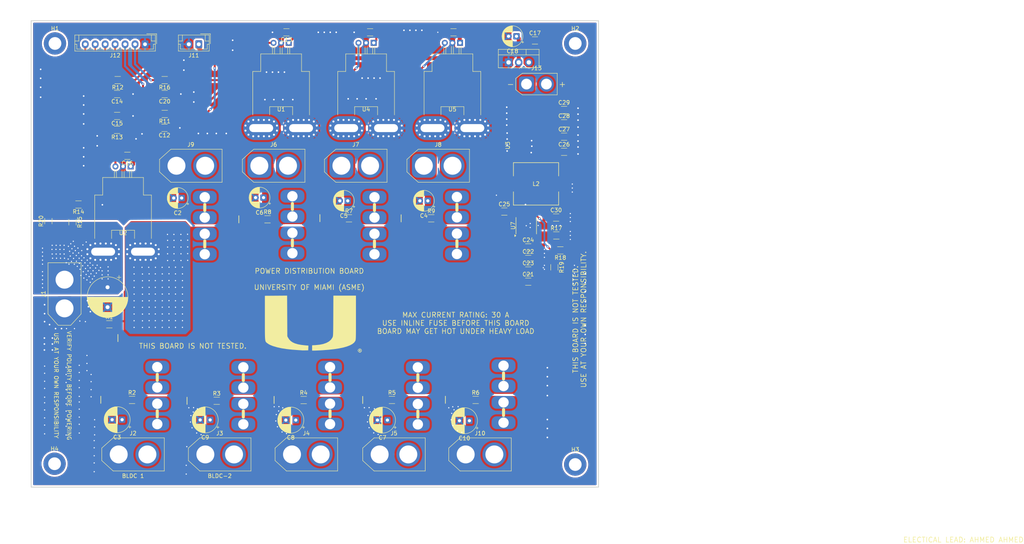
<source format=kicad_pcb>
(kicad_pcb (version 20241229) (generator "pcbnew") (generator_version "9.0")
  (layers (0 "F.Cu" signal) (2 "B.Cu" signal) (13 "F.Paste" user) (15 "B.Paste" user) (5 "F.SilkS" user "F.Silkscreen") (7 "B.SilkS" user "B.Silkscreen") (1 "F.Mask" user) (3 "B.Mask" user) (25 "Edge.Cuts" user))
  (net 0 "")
  (net 1 "14V")
  (net 2 "I_Out_3")
  (net 3 "3.3V")
  (net 4 "5V_out")
  (net 5 "Net-(D1-A)")
  (net 6 "Net-(D2-A)")
  (net 7 "Net-(D3-A)")
  (net 8 "Net-(D4-A)")
  (net 9 "Net-(D5-A)")
  (net 10 "Net-(D6-A)")
  (net 11 "Net-(D7-A)")
  (net 12 "Net-(D8-A)")
  (net 13 "Net-(D9-A)")
  (net 14 "Net-(C3-Pad1)")
  (net 15 "Net-(C7-Pad1)")
  (net 16 "I_In_1")
  (net 17 "I_In_2")
  (net 18 "Net-(U1-VIOUT)")
  (net 19 "Net-(U2-VIOUT)")
  (net 20 "Net-(C8-Pad1)")
  (net 21 "Net-(C9-Pad1)")
  (net 22 "Net-(C10-Pad1)")
  (net 23 "Net-(C5-Pad1)")
  (net 24 "Net-(C6-Pad1)")
  (net 25 "Net-(U4-VIOUT)")
  (net 26 "I_In_4")
  (net 27 "Net-(U5-VIOUT)")
  (net 28 "I_Out_1")
  (net 29 "V_in_DC-DC")
  (net 30 "Net-(U7-SW)")
  (net 31 "Net-(U7-BST)")
  (net 32 "Net-(U7-RT{slash}CLK)")
  (net 33 "Net-(U7-FB)")
  (net 34 "Net-(U7-SS)")
  (net 35 "V_ANALOG_4")
  (net 36 "V_ANALOG_1")
  (net 37 "V_ANALOG_3")
  (net 38 "V_ANALOG_2")
  (net 39 "V_ANALOG_0")
  (net 40 "V_ANALOG_5")
  (net 41 "Net-(C2-Pad1)")
  (footprint "PCM_SparkFun-Fuse:Fuseholder_Automotive" (layer "F.Cu") (at 119.6 83.55 -90)
    (property "Reference" "F7")
    (property "Value" "Blade Fuse")
  )
  (footprint "Resistor_SMD:R_1206_3216Metric_Pad1.30x1.75mm_HandSolder" (layer "F.Cu") (at 58.75 127.292824)
    (property "Reference" "R2")
    (property "Value" "1.2k")
  )
  (footprint "Capacitor_THT:CP_Radial_D6.3mm_P2.50mm" (layer "F.Cu") (at 78.35 132.3 180)
    (property "Reference" "C9")
    (property "Value" "100uF_25V")
  )
  (footprint "Capacitor_THT:CP_Radial_D6.3mm_P2.50mm" (layer "F.Cu") (at 143.43238 132.5 180)
    (property "Reference" "C10")
    (property "Value" "100uF_25V")
  )
  (footprint "PCM_SparkFun-LED:LED_1206_3216Metric_Red" (layer "F.Cu") (at 53 111.75 180)
    (property "Reference" "D1")
    (property "Value" "Red")
  )
  (footprint "Capacitor_SMD:C_1206_3216Metric_Pad1.33x1.80mm_HandSolder" (layer "F.Cu") (at 55 50.5 180)
    (property "Reference" "C14")
    (property "Value" "100nF")
  )
  (footprint "PCM_SparkFun-Fuse:Fuseholder_Automotive" (layer "F.Cu") (at 130.49 126.27 90)
    (property "Reference" "F4")
    (property "Value" "Blade Fuse")
  )
  (footprint "Sensor_Current:Allegro_CB_PFF" (layer "F.Cu") (at 119.41 37.65 180)
    (property "Reference" "U4")
    (property "Value" "ACS758xCB-050B-PFF")
  )
  (footprint "Resistor_SMD:R_1206_3216Metric_Pad1.30x1.75mm_HandSolder" (layer "F.Cu") (at 145 127.29)
    (property "Reference" "R6")
    (property "Value" "1.2k")
  )
  (footprint "Resistor_SMD:R_1206_3216Metric_Pad1.30x1.75mm_HandSolder" (layer "F.Cu") (at 92.75 81.95)
    (property "Reference" "R8")
    (property "Value" "1.2k")
  )
  (footprint "PCM_SparkFun-Fuse:Fuseholder_Automotive" (layer "F.Cu") (at 140.3 83.5 -90)
    (property "Reference" "F8")
    (property "Value" "Blade Fuse")
  )
  (footprint "Capacitor_SMD:C_1206_3216Metric_Pad1.33x1.80mm_HandSolder" (layer "F.Cu") (at 165.2 81.5)
    (property "Reference" "C30")
    (property "Value" "10nF")
  )
  (footprint "Connector_JST:JST_EH_B7B-EH-A_1x07_P2.50mm_Vertical" (layer "F.Cu") (at 62 38 180)
    (property "Reference" "J12")
    (property "Value" "JST_07")
  )
  (footprint "Resistor_SMD:R_1206_3216Metric_Pad1.30x1.75mm_HandSolder" (layer "F.Cu") (at 53.05 108.3)
    (property "Reference" "R1")
    (property "Value" "1.5k")
  )
  (footprint "Capacitor_SMD:C_1206_3216Metric_Pad1.33x1.80mm_HandSolder" (layer "F.Cu") (at 158.2 89)
    (property "Reference" "C24")
    (property "Value" "10uF")
  )
  (footprint "Capacitor_SMD:C_1206_3216Metric_Pad1.33x1.80mm_HandSolder" (layer "F.Cu") (at 158.2 94.8)
    (property "Reference" "C23")
    (property "Value" "10uF")
  )
  (footprint "Package_TO_SOT_THT:TO-220-3_Vertical" (layer "F.Cu") (at 153.27 42.55)
    (property "Reference" "U3")
    (property "Value" "LD1117V33")
  )
  (footprint "Capacitor_THT:CP_Radial_D10.0mm_P5.00mm" (layer "F.Cu") (at 52.6 99 -90)
    (property "Reference" "C1" (hide yes))
    (property "Value" "1000uF_16V")
  )
  (footprint "Capacitor_SMD:C_1206_3216Metric_Pad1.33x1.80mm_HandSolder" (layer "F.Cu") (at 167.2 61.2)
    (property "Reference" "C27")
    (property "Value" "47uF")
  )
  (footprint "Capacitor_SMD:C_1206_3216Metric_Pad1.33x1.80mm_HandSolder" (layer "F.Cu") (at 167.2 54.5)
    (property "Reference" "C29")
    (property "Value" "47uF")
  )
  (footprint "Connector_AMASS:AMASS_XT60-M_1x02_P7.20mm_Vertical" (layer "F.Cu") (at 98.9 140.964421)
    (property "Reference" "J4")
    (property "Value" "BLDC-3")
  )
  (footprint "Capacitor_THT:CP_Radial_D6.3mm_P2.50mm" (layer "F.Cu") (at 56.25 132.25 180)
    (property "Reference" "C3")
    (property "Value" "100uF_25V")
  )
  (footprint "Capacitor_SMD:C_1206_3216Metric_Pad1.33x1.80mm_HandSolder" (layer "F.Cu") (at 55 56 180)
    (property "Reference" "C15")
    (property "Value" "100nF")
  )
  (footprint "Capacitor_SMD:C_1206_3216Metric_Pad1.33x1.80mm_HandSolder" (layer "F.Cu") (at 167.2 65)
    (property "Reference" "C26")
    (property "Value" "0.1uF")
  )
  (footprint "Sensor_Current:Allegro_CB_PFF" (layer "F.Cu") (at 141.08 37.65 180)
    (property "Reference" "U5")
    (property "Value" "ACS758xCB-050B-PFF")
  )
  (footprint "Capacitor_SMD:C_1206_3216Metric_Pad1.33x1.80mm_HandSolder" (layer "F.Cu") (at 139.4375 35 180)
    (property "Reference" "C11" (hide yes))
    (property "Value" "100nF_Ceramic")
  )
  (footprint "Capacitor_SMD:C_1206_3216Metric_Pad1.33x1.80mm_HandSolder" (layer "F.Cu") (at 158.2 97.6)
    (property "Reference" "C21")
    (property "Value" "Open")
  )
  (footprint "PCM_SparkFun-Fuse:1210" (layer "F.Cu") (at 39 77 180)
    (property "Reference" "TH1")
    (property "Value" "Thermistor_NTC 10k")
  )
  (footprint "Capacitor_SMD:C_1206_3216Metric_Pad1.33x1.80mm_HandSolder" (layer "F.Cu") (at 66.8875 59 180)
    (property "Reference" "C12")
    (property "Value" "100nF")
  )
  (footprint "PCM_SparkFun-LED:LED_1206_3216Metric_Green" (layer "F.Cu") (at 53.1 127.25)
    (property "Reference" "D2")
    (property "Value" "Green")
  )
  (footprint "PCM_SparkFun-LED:LED_1206_3216Metric_Green" (layer "F.Cu") (at 96.61 127.29)
    (property "Reference" "D4")
    (property "Value" "Green")
  )
  (footprint "PCM_SparkFun-Fuse:Fuseholder_Automotive" (layer "F.Cu") (at 99 83.3 -90)
    (property "Reference" "F6")
    (property "Value" "Blade Fuse")
  )
  (footprint "MountingHole:MountingHole_3.2mm_M3_DIN965_Pad_TopBottom" (layer "F.Cu") (at 170 37.8)
    (property "Reference" "H2")
    (property "Value" "MountingHole_M3")
  )
  (footprint "Capacitor_SMD:C_1206_3216Metric_Pad1.33x1.80mm_HandSolder" (layer "F.Cu") (at 159.8875 37.05)
    (property "Reference" "C17")
    (property "Value" "0.1uF")
  )
  (footprint "Capacitor_THT:CP_Radial_D6.3mm_P2.50mm" (layer "F.Cu") (at 99.85 132.35 180)
    (property "Reference" "C8")
    (property "Value" "100uF_25V")
  )
  (footprint "Sensor_Current:Allegro_CB_PFF" (layer "F.Cu") (at 58.4 68.675 180)
    (property "Reference" "U2")
    (property "Value" "ACS772xCB-050B-PFF")
  )
  (footprint "MountingHole:MountingHole_3.2mm_M3_DIN965_Pad_TopBottom" (layer "F.Cu") (at 170 143.5)
    (property "Reference" "H3")
    (property "Value" "MountingHole_M3")
  )
  (footprint "Resistor_SMD:R_1206_3216Metric_Pad1.30x1.75mm_HandSolder" (layer "F.Cu") (at 43.8 82.675 -90)
    (property "Reference" "R15")
    (property "Value" "100k")
  )
  (footprint "Resistor_SMD:R_1206_3216Metric_Pad1.30x1.75mm_HandSolder" (layer "F.Cu") (at 80 127.5)
    (property "Reference" "R3")
    (property "Value" "1.2k")
  )
  (footprint "Resistor_SMD:R_1206_3216Metric_Pad1.30x1.75mm_HandSolder" (layer "F.Cu") (at 165.25 86)
    (property "Reference" "R17")
    (property "Value" "200k")
  )
  (footprint "mux:IND_PCC-M1040LP_PAN-M" (layer "F.Cu") (at 160.1614 73.050737)
    (property "Reference" "L2")
    (property "Value" "6.8uH")
  )
  (footprint "Resistor_SMD:R_1206_3216Metric_Pad1.30x1.75mm_HandSolder" (layer "F.Cu") (at 55.1425 47 180)
    (property "Reference" "R12")
    (property "Value" "4.7k")
  )
  (footprint "Resistor_SMD:R_1206_3216Metric_Pad1.30x1.75mm_HandSolder" (layer "F.Cu") (at 133.85 81.7)
    (property "Reference" "R9")
    (property "Value" "1.2k")
  )
  (footprint "PCM_SparkFun-Fuse:Fuseholder_Automotive" (layer "F.Cu") (at 152 125.85 90)
    (property "Reference" "F5")
    (property "Value" "Blade Fuse")
  )
  (footprint "PCM_SparkFun-LED:LED_1206_3216Metric_Green" (layer "F.Cu") (at 74.75 127.5)
    (property "Reference" "D3")
    (property "Value" "Green")
  )
  (footprint "Sensor_Current:Allegro_CB_PFF" (layer "F.Cu") (at 98.08 37.65 180)
    (property "Reference" "U1")
    (property "Value" "ACS758xCB-050B-PFF" (hide yes))
  )
  (footprint "Resistor_SMD:R_1206_3216Metric_Pad1.30x1.75mm_HandSolder" (layer "F.Cu") (at 66.9375 47 180)
    (property "Reference" "R16")
    (property "Value" "4.7k")
  )
  (footprint "Connector_AMASS:AMASS_XT60-M_1x02_P7.20mm_Vertical" (layer "F.Cu") (at 132 68.5)
    (property "Reference" "J8")
    (property "Value" "5V DC-DC")
  )
  (footprint "Capacitor_THT:CP_Radial_D5.0mm_P2.00mm" (layer "F.Cu") (at 155.25 36 180)
    (property "Reference" "C18")
    (property "Value" "10uF")
  )
  (footprint "Connector_AMASS:AMASS_XT60-M_1x02_P7.20mm_Vertical" (layer "F.Cu") (at 69.9 68.5)
    (property "Reference" "J9")
    (property "Value" "Extra")
  )
  (footprint "Connector_AMASS:AMASS_XT60-M_1x02_P7.20mm_Vertical" (layer "F.Cu") (at 111.3 68.5)
    (property "Reference" "J7")
    (property "Value" "Deposition")
  )
  (footprint "Capacitor_THT:CP_Radial_D5.0mm_P2.00mm" (layer "F.Cu") (at 71.2 76.6 180)
    (property "Reference" "C2")
    (property "Value" "10uF_16V")
  )
  (footprint "Package_SO:Diodes_SO-8EP" (layer "F.Cu") (at 157.7 83.550737 90)
    (property "Reference" "U7")
    (property "Value" "AP64502QSP‑13")
  )
  (footprint "Resistor_SMD:R_1206_3216Metric_Pad1.30x1.75mm_HandSolder" (layer "F.Cu") (at 164.7625 94 -90)
    (property "Reference" "R19")
    (property "Value" "10k")
  )
  (footprint "Resistor_SMD:R_1206_3216Metric_Pad1.30x1.75mm_HandSolder" (layer "F.Cu") (at 113.2 81.7)
    (property "Reference" "R7")
    (property "Value" "1.2k")
  )
  (footprint "Capacitor_SMD:C_1206_3216Metric_Pad1.33x1.80mm_HandSolder" (layer "F.Cu") (at 152.2 80)
    (property "Reference" "C25")
    (property "Value" "0.1uF")
  )
  (footprint "Resistor_SMD:R_1206_3216Metric_Pad1.30x1.75mm_HandSolder" (layer "F.Cu") (at 37.75 82.4 90)
    (property "Reference" "R20")
    (property "Value" "47k")
  )
  (footprint "Capacitor_THT:CP_Radial_D6.3mm_P2.50mm" (layer "F.Cu") (at 122.85 132.35 180)
    (property "Reference" "C7")
    (property "Value" "100uF_25V")
  )
  (footprint "PCM_SparkFun-Fuse:Fuseholder_Automotive" (layer "F.Cu") (at 86.68 126.24 90)
    (property "Reference" "F2")
    (property "Value" "Blade Fuse")
  )
  (footprint "Capacitor_SMD:C_1206_3216Metric_Pad1.33x1.80mm_HandSolder" (layer "F.Cu") (at 57.5625 66 180)
    (property "Reference" "C16")
    (property "Value" "100nF_Ceramic" (hide yes))
  )
  (footprint "Capacitor_SMD:C_1206_3216Metric_Pad1.33x1.80mm_HandSolder" (layer "F.Cu") (at 158.2 91.9)
    (property "Reference" "C22")
    (property "Value" "10uF")
  )
  (footprint "Capacitor_SMD:C_1206_3216Metric_Pad1.33x1.80mm_HandSolder" (layer "F.Cu") (at 118.5 35 180)
    (property "Reference" "C19" (hide yes))
    (property "Value" "100nF_Ceramic")
  )
  (footprint "Connector_AMASS:AMASS_XT60-M_1x02_P7.20mm_Vertical" (layer "F.Cu") (at 41.8 104.3 90)
    (property "Reference" "J1")
    (property "Value" "From main battery" (hide yes))
  )
  (footprint "Resistor_SMD:R_1206_3216Metric_Pad1.30x1.75mm_HandSolder" (layer "F.Cu") (at 54.9825 59.5 180)
    (property "Reference" "R13")
    (property "Value" "4.7k")
  )
  (footprint "Connector_AMASS:AMASS_XT60-M_1x02_P7.20mm_Vertical" (layer "F.Cu") (at 142.5 140.964421)
    (property "Reference" "J10")
    (property "Value" "BLDC-5")
  )
  (footprint "Capacitor_THT:CP_Radial_D5.0mm_P2.00mm" (layer "F.Cu") (at 112.9 77.3 180)
    (property "Reference" "C5")
    (property "Value" "10uF_16V")
  )
  (footprint "Connector_AMASS:AMASS_XT60-M_1x02_P7.20mm_Vertical" (layer "F.Cu") (at 55.4 140.964421)
    (property "Reference" "J2")
    (property "Value" "BLDC 1")
  )
  (footprint "Resistor_SMD:R_1206_3216Metric_Pad1.30x1.75mm_HandSolder" (layer "F.Cu") (at 123.99 127.29)
    (property "Reference" "R5")
    (property "Value" "1.2k" (hide yes))
  )
  (footprint "Connector_AMASS:AMASS_XT60-M_1x02_P7.20mm_Vertical" (layer "F.Cu") (at 120.9 140.964421)
    (property "Reference" "J5")
    (property "Value" "BLDC-4")
  )
  (footprint "PCM_SparkFun-LED:LED_1206_3216Metric_Green" (layer "F.Cu") (at 87.75 81.95)
    (property "Reference" "D7")
    (property "Value" "Green")
  )
  (footprint "PCM_SparkFun-Fuse:Fuseholder_Automotive" (layer "F.Cu") (at 65.08 126.2 90)
    (property "Reference" "F1")
    (property "Value" "Blade Fuse")
  )
  (footprint "Connector_AMASS:AMASS_XT60-M_1x02_P7.20mm_Vertical" (layer "F.Cu") (at 77.15 140.964421)
    (property "Reference" "J3")
    (property "Value" "BLDC-2")
  )
  (footprint "PCM_SparkFun-Fuse:Fuseholder_Automotive" (layer "F.Cu") (at 77 83.55 -90)
    (property "Reference" "F9")
    (property "Value" "Blade Fuse")
  )
  (footprint "PCM_SparkFun-LED:LED_1206_3216Metric_Green" (layer "F.Cu") (at 118.85 127.29)
    (property "Reference" "D5")
    (property "Value" "Green")
  )
  (footprint "MountingHole:MountingHole_3.2mm_M3_DIN965_Pad_TopBottom" (layer "F.Cu") (at 39.3 143.3)
    (property "Reference" "H4")
    (property "Value" "MountingHole_M3")
  )
  (footprint "Capacitor_SMD:C_1206_3216Metric_Pad1.33x1.80mm_HandSolder" (layer "F.Cu") (at 66.9375 50.5 180)
    (property "Reference" "C20")
    (property "Value" "100nF")
  )
  (footprint "Connector_JST:JST_EH_B2B-EH-A_1x02_P2.50mm_Vertical" (layer "F.Cu") (at 75.5 38 180)
    (property "Reference" "J11")
    (property "Value" "3.3V_IN")
  )
  (footprint "Capacitor_THT:CP_Radial_D5.0mm_P2.00mm" (layer "F.Cu") (at 91.75 76.5 180)
    (property "Reference" "C6")
    (property "Value" "10uF_16V")
  )
  (footprint "Capacitor_THT:CP_Radial_D5.0mm_P2.00mm" (layer "F.Cu") (at 133 77.3 180)
    (property "Reference" "C4")
    (property "Value" "10uF_16V")
  )
  (footprint "MountingHole:MountingHole_3.2mm_M3_DIN965_Pad_TopBottom" (layer "F.Cu") (at 39.4 37.8)
    (property "Reference" "H1")
    (property "Value" "MountingHole_M3")
  )
  (footprint "LOGO" (layer "F.Cu") (at 103.860966 108.129775)
    (property "Reference" "G***" (hide yes))
    (property "Value" "LOGO" (hide yes))
  )
  (footprint "Resistor_SMD:R_1206_3216Metric_Pad1.30x1.75mm_HandSolder" (layer "F.Cu") (at 66.95 55.5 180)
    (property "Reference" "R11")
    (property "Value" "4.7k")
  )
  (footprint "Resistor_SMD:R_1206_3216Metric_Pad1.30x1.75mm_HandSolder" (layer "F.Cu") (at 166.2625 89.75 180)
    (property "Reference" "R18")
    (property "Value" "52.3k")
  )
  (footprint "PCM_SparkFun-LED:LED_1206_3216Metric_Green" (layer "F.Cu") (at 108.1 81.65)
    (property "Reference" "D8")
    (property "Value" "Green")
  )
  (footprint "Capacitor_SMD:C_1206_3216Metric_Pad1.33x1.80mm_HandSolder" (layer "F.Cu") (at 97.5 35 180)
    (property "Reference" "C13")
    (property "Value" "100nF_Ceramic")
  )
  (footprint "PCM_SparkFun-LED:LED_1206_3216Metric_Green" (layer "F.Cu") (at 128.5 81.7)
    (property "Reference" "D9")
    (property "Value" "Green")
  )
  (footprint "PCM_SparkFun-LED:LED_1206_3216Metric_Green" (layer "F.Cu") (at 139.6 127.25)
    (property "Reference" "D6")
    (property "Value" "Green")
  )
  (footprint "Connector_AMASS:AMASS_XT60-M_1x02_P7.20mm_Vertical" (layer "F.Cu") (at 90.7 68.5)
    (property "Reference" "J6")
    (property "Value" "Actuators")
  )
  (footprint "Resistor_SMD:R_1206_3216Metric_Pad1.30x1.75mm_HandSolder" (layer "F.Cu") (at 45.3 78.225 180)
    (property "Reference" "R14")
    (property "Value" "20k")
  )
  (footprint "Resistor_SMD:R_1206_3216Metric_Pad1.30x1.75mm_HandSolder" (layer "F.Cu") (at 101.83 127.32)
    (property "Reference" "R4")
    (property "Value" "1.2k")
  )
  (footprint "PCM_SparkFun-Fuse:Fuseholder_Automotive" (layer "F.Cu") (at 108.45 126.2 90)
    (property "Reference" "F3")
    (property "Value" "Blade Fuse")
  )
  (footprint "Connector_AMASS:AMASS_XT30U-M_1x02_P5.0mm_Vertical" (layer "F.Cu") (at 157.7625 48)
    (property "Reference" "J13")
    (property "Value" "5V_OUT")
  )
  (footprint "Capacitor_SMD:C_1206_3216Metric_Pad1.33x1.80mm_HandSolder" (layer "F.Cu") (at 167.2 57.85)
    (property "Reference" "C28")
    (property "Value" "47uF")
  )
  (gr_rect (start 33.428216 32.1) (end 175.85 149.178216) (stroke (width 0.2)) (fill no) (layer "Edge.Cuts"))
  (gr_text "THIS BOARD IS NOT TESTED.\nUSE AT YOUR OWN RESPONSIBILITY." (at 171.0875 107.075 90) (layer "F.SilkS") (effects (font (size 1.27 1.27))))
  (gr_text "ELECTICAL LEAD: AHMED AHMED" (at 267.45 162.4 0) (layer "F.SilkS") (effects (font (size 1.27 1.27))))
  (gr_text "VERIFY POLARITY BEFORE POWERING\n\nUSE AT YOUR OWN RESPONSIBILITY" (at 41.325 123.675 270) (layer "F.SilkS") (effects (font (size 1 1))))
  (gr_text "POWER DISTRIBUTION BOARD\n\nUNIVERSITY OF MIAMI (ASME)\n\n" (at 103.25 98 0) (layer "F.SilkS") (effects (font (size 1.27 1.27))))
  (gr_text "MAX CURRENT RATING: 30 A\nUSE INLINE FUSE BEFORE THIS BOARD\nBOARD MAY GET HOT UNDER HEAVY LOAD" (at 140 108 0) (layer "F.SilkS") (effects (font (size 1.27 1.27))))
  (gr_text "THIS BOARD IS NOT TESTED." (at 74 113.75 0) (layer "F.SilkS") (effects (font (size 1.27 1.27))))
  (segment (start 41.5 95.9) (end 42.5 96.9) (width 0.25) (layer "F.Cu") (net 1))
  (via (at 50.82 94.07) (size 0.6) (drill 0.3) (layers "F.Cu" "B.Cu") (net 1))
  (via (at 50.43 94.77) (size 0.6) (drill 0.3) (layers "F.Cu" "B.Cu") (net 1))
  (via (at 45.34 90.39) (size 0.6) (drill 0.3) (layers "F.Cu" "B.Cu") (net 1))
  (via (at 36.27 98.1) (size 0.6) (drill 0.3) (layers "F.Cu" "B.Cu") (net 1))
  (via (at 47.06 94.3) (size 0.6) (drill 0.3) (layers "F.Cu" "B.Cu") (net 1))
  (via (at 39.65 89.5) (size 0.6) (drill 0.3) (layers "F.Cu" "B.Cu") (net 1))
  (via (at 36.27 96.1) (size 0.6) (drill 0.3) (layers "F.Cu" "B.Cu") (net 1))
  (via (at 36.27 97.1) (size 0.6) (drill 0.3) (layers "F.Cu" "B.Cu") (net 1))
  (via (at 39.7 88.48) (size 0.6) (drill 0.3) (layers "F.Cu" "B.Cu") (net 1))
  (via (at 48.22 92.9) (size 0.6) (drill 0.3) (layers "F.Cu" "B.Cu") (net 1))
  (via (at 44.78 92.47) (size 0.6) (drill 0.3) (layers "F.Cu" "B.Cu") (net 1))
  (via (at 40.79 91.72) (size 0.6) (drill 0.3) (layers "F.Cu" "B.Cu") (net 1))
  (via (at 38.65 89.5) (size 0.6) (drill 0.3) (layers "F.Cu" "B.Cu") (net 1))
  (via (at 49.26 96.21) (size 0.6) (drill 0.3) (layers "F.Cu" "B.Cu") (net 1))
  (via (at 44.3 88.71) (size 0.6) (drill 0.3) (layers "F.Cu" "B.Cu") (net 1))
  (via (at 51.24 96.89) (size 0.6) (drill 0.3) (layers "F.Cu" "B.Cu") (net 1))
  (via (at 41.7 90.66) (size 0.6) (drill 0.3) (layers "F.Cu" "B.Cu") (net 1))
  (via (at 36.27 90.2) (size 0.6) (drill 0.3) (layers "F.Cu" "B.Cu") (net 1))
  (via (at 44.52 89.79) (size 0.6) (drill 0.3) (layers "F.Cu" "B.Cu") (net 1))
  (via (at 38.7 90.66) (size 0.6) (drill 0.3) (layers "F.Cu" "B.Cu") (net 1))
  (via (at 41.65 89.5) (size 0.6) (drill 0.3) (layers "F.Cu" "B.Cu") (net 1))
  (via (at 38.79 91.72) (size 0.6) (drill 0.3) (layers "F.Cu" "B.Cu") (net 1))
  (via (at 42.77 88.72) (size 0.6) (drill 0.3) (layers "F.Cu" "B.Cu") (net 1))
  (via (at 46.41 88.37) (size 0.6) (drill 0.3) (layers "F.Cu" "B.Cu") (net 1))
  (via (at 52.74 96.89) (size 0.6) (drill 0.3) (layers "F.Cu" "B.Cu") (net 1))
  (via (at 51.24 94.89) (size 0.6) (drill 0.3) (layers "F.Cu" "B.Cu") (net 1))
  (via (at 45.9 96.03) (size 0.6) (drill 0.3) (layers "F.Cu" "B.Cu") (net 1))
  (via (at 49.99 93.47) (size 0.6) (drill 0.3) (layers "F.Cu" "B.Cu") (net 1))
  (via (at 46.51 95.09) (size 0.6) (drill 0.3) (layers "F.Cu" "B.Cu") (net 1))
  (via (at 47.42 97.16) (size 0.6) (drill 0.3) (layers "F.Cu" "B.Cu") (net 1))
  (via (at 43.93 90.43) (size 0.6) (drill 0.3) (layers "F.Cu" "B.Cu") (net 1))
  (via (at 48.8 96.92) (size 0.6) (drill 0.3) (layers "F.Cu" "B.Cu") (net 1))
  (via (at 48.96 94.85) (size 0.6) (drill 0.3) (layers "F.Cu" "B.Cu") (net 1))
  (via (at 36.27 89.2) (size 0.6) (drill 0.3) (layers "F.Cu" "B.Cu") (net 1))
  (via (at 48.24 94.15) (size 0.6) (drill 0.3) (layers "F.Cu" "B.Cu") (net 1))
  (via (at 46.92 92.86) (size 0.6) (drill 0.3) (layers "F.Cu" "B.Cu") (net 1))
  (via (at 47.71 94.91) (size 0.6) (drill 0.3) (layers "F.Cu" "B.Cu") (net 1))
  (via (at 44.06 91.77) (size 0.6) (drill 0.3) (layers "F.Cu" "B.Cu") (net 1))
  (via (at 47.5 92.2) (size 0.6) (drill 0.3) (layers "F.Cu" "B.Cu") (net 1))
  (via (at 52.74 95.89) (size 0.6) (drill 0.3) (layers "F.Cu" "B.Cu") (net 1))
  (via (at 45 93.75) (size 0.6) (drill 0.3) (layers "F.Cu" "B.Cu") (net 1))
  (via (at 36.27 99.1) (size 0.6) (drill 0.3) (layers "F.Cu" "B.Cu") (net 1))
  (via (at 40.65 89.5) (size 0.6) (drill 0.3) (layers "F.Cu" "B.Cu") (net 1))
  (via (at 43.66 89.33) (size 0.6) (drill 0.3) (layers "F.Cu" "B.Cu") (net 1))
  (via (at 46.06 91.09) (size 0.6) (drill 0.3) (layers "F.Cu" "B.Cu") (net 1))
  (via (at 36.27 91.2) (size 0.6) (drill 0.3) (layers "F.Cu" "B.Cu") (net 1))
  (via (at 44.75 91.03) (size 0.6) (drill 0.3) (layers "F.Cu" "B.Cu") (net 1))
  (via (at 45.69 94.49) (size 0.6) (drill 0.3) (layers "F.Cu" "B.Cu") (net 1))
  (via (at 45.52 93) (size 0.6) (drill 0.3) (layers "F.Cu" "B.Cu") (net 1))
  (via (at 48.88 93.47) (size 0.6) (drill 0.3) (layers "F.Cu" "B.Cu") (net 1))
  (via (at 52.74 93.89) (size 0.6) (drill 0.3) (layers "F.Cu" "B.Cu") (net 1))
  (via (at 42.72 91.92) (size 0.6) (drill 0.3) (layers "F.Cu" "B.Cu") (net 1))
  (via (at 42.92 93.2) (size 0.6) (drill 0.3) (layers "F.Cu" "B.Cu") (net 1))
  (via (at 46.65 96.69) (size 0.6) (drill 0.3) (layers "F.Cu" "B.Cu") (net 1))
  (via (at 52.74 94.89) (size 0.6) (drill 0.3) (layers "F.Cu" "B.Cu") (net 1))
  (via (at 48.25 97.76) (size 0.6) (drill 0.3) (layers "F.Cu" "B.Cu") (net 1))
  (via (at 47.23 95.79) (size 0.6) (drill 0.3) (layers "F.Cu" "B.Cu") (net 1))
  (via (at 41.79 91.72) (size 0.6) (drill 0.3) (layers "F.Cu" "B.Cu") (net 1))
  (via (at 36.27 93.2) (size 0.6) (drill 0.3) (layers "F.Cu" "B.Cu") (net 1))
  (via (at 46.11 89.8) (size 0.6) (drill 0.3) (layers "F.Cu" "B.Cu") (net 1))
  (via (at 47.97 96.32) (size 0.6) (drill 0.3) (layers "F.Cu" "B.Cu") (net 1))
  (via (at 49.6 94.17) (size 0.6) (drill 0.3) (layers "F.Cu" "B.Cu") (net 1))
  (via (at 47.64 93.56) (size 0.6) (drill 0.3) (layers "F.Cu" "B.Cu") (net 1))
  (via (at 43.36 88.08) (size 0.6) (drill 0.3) (layers "F.Cu" "B.Cu") (net 1))
  (via (at 40.7 88.48) (size 0.6) (drill 0.3) (layers "F.Cu" "B.Cu") (net 1))
  (via (at 44.26 93.22) (size 0.6) (drill 0.3) (layers "F.Cu" "B.Cu") (net 1))
  (via (at 47.24 87.65) (size 0.6) (drill 0.3) (layers "F.Cu" "B.Cu") (net 1))
  (via (at 45.16 89.17) (size 0.6) (drill 0.3) (layers "F.Cu" "B.Cu") (net 1))
  (via (at 38.7 88.48) (size 0.6) (drill 0.3) (layers "F.Cu" "B.Cu") (net 1))
  (via (at 46.1 92.26) (size 0.6) (drill 0.3) (layers "F.Cu" "B.Cu") (net 1))
  (via (at 42.23 92.84) (size 0.6) (drill 0.3) (layers "F.Cu" "B.Cu") (net 1))
  (via (at 49.79 95.45) (size 0.6) (drill 0.3) (layers "F.Cu" "B.Cu") (net 1))
  (via (at 40.7 90.66) (size 0.6) (drill 0.3) (layers "F.Cu" "B.Cu") (net 1))
  (via (at 36.27 92.2) (size 0.6) (drill 0.3) (layers "F.Cu" "B.Cu") (net 1))
  (via (at 46.34 93.6) (size 0.6) (drill 0.3) (layers "F.Cu" "B.Cu") (net 1))
  (via (at 36.27 95.1) (size 0.6) (drill 0.3) (layers "F.Cu" "B.Cu") (net 1))
  (via (at 39.7 90.66) (size 0.6) (drill 0.3) (layers "F.Cu" "B.Cu") (net 1))
  (via (at 48.43 95.61) (size 0.6) (drill 0.3) (layers "F.Cu" "B.Cu") (net 1))
  (via (at 41.7 88.48) (size 0.6) (drill 0.3) (layers "F.Cu" "B.Cu") (net 1))
  (via (at 51.24 95.89) (size 0.6) (drill 0.3) (layers "F.Cu" "B.Cu") (net 1))
  (via (at 43.24 91.17) (size 0.6) (drill 0.3) (layers "F.Cu" "B.Cu") (net 1))
  (via (at 43.07 89.97) (size 0.6) (drill 0.3) (layers "F.Cu" "B.Cu") (net 1))
  (via (at 44 87.46) (size 0.6) (drill 0.3) (layers "F.Cu" "B.Cu") (net 1))
  (via (at 46.68 91.6) (size 0.6) (drill 0.3) (layers "F.Cu" "B.Cu") (net 1))
  (via (at 45.47 91.73) (size 0.6) (drill 0.3) (layers "F.Cu" "B.Cu") (net 1))
  (via (at 43.54 92.52) (size 0.6) (drill 0.3) (layers "F.Cu" "B.Cu") (net 1))
  (via (at 39.79 91.72) (size 0.6) (drill 0.3) (layers "F.Cu" "B.Cu") (net 1))
  (segment (start 96.44863 90.5) (end 99 90.5) (width 0.5) (layer "F.Cu") (net 2))
  (segment (start 59.23 107.52) (end 55.38 107.52) (width 0.5) (layer "F.Cu") (net 2))
  (segment (start 116.98 90.1) (end 119.5 90.1) (width 0.5) (layer "F.Cu") (net 2))
  (segment (start 74.58 90.5) (end 76.5 90.5) (width 0.5) (layer "F.Cu") (net 2))
  (segment (start 55.38 107.52) (end 54.6 108.3) (width 0.5) (layer "F.Cu") (net 2))
  (via (at 72.71 87.19) (size 0.6) (drill 0.3) (layers "F.Cu" "B.Cu") (net 2))
  (via (at 64.59 109.07) (size 0.6) (drill 0.3) (layers "F.Cu" "B.Cu") (net 2))
  (via (at 64.62 94) (size 0.6) (drill 0.3) (layers "F.Cu" "B.Cu") (net 2))
  (via (at 63.04 99.02) (size 0.6) (drill 0.3) (layers "F.Cu" "B.Cu") (net 2))
  (via (at 72.71 92.25) (size 0.6) (drill 0.3) (layers "F.Cu" "B.Cu") (net 2))
  (via (at 68.02 100.67) (size 0.6) (drill 0.3) (layers "F.Cu" "B.Cu") (net 2))
  (via (at 66.34 99.03) (size 0.6) (drill 0.3) (layers "F.Cu" "B.Cu") (net 2))
  (via (at 64.59 100.71) (size 0.6) (drill 0.3) (layers "F.Cu" "B.Cu") (net 2))
  (via (at 69.65 100.71) (size 0.6) (drill 0.3) (layers "F.Cu" "B.Cu") (net 2))
  (via (at 67.67 92.29) (size 0.6) (drill 0.3) (layers "F.Cu" "B.Cu") (net 2))
  (via (at 61.36 102.42) (size 0.6) (drill 0.3) (layers "F.Cu" "B.Cu") (net 2))
  (via (at 69.65 105.71) (size 0.6) (drill 0.3) (layers "F.Cu" "B.Cu") (net 2))
  (via (at 69.65 97.34) (size 0.6) (drill 0.3) (layers "F.Cu" "B.Cu") (net 2))
  (via (at 67.67 90.6) (size 0.6) (drill 0.3) (layers "F.Cu" "B.Cu") (net 2))
  (via (at 59.27 100.72) (size 0.6) (drill 0.3) (layers "F.Cu" "B.Cu") (net 2))
  (via (at 68.04 109.07) (size 0.6) (drill 0.3) (layers "F.Cu" "B.Cu") (net 2))
  (via (at 69.28 87.23) (size 0.6) (drill 0.3) (layers "F.Cu" "B.Cu") (net 2))
  (via (at 63.04 97.33) (size 0.6) (drill 0.3) (layers "F.Cu" "B.Cu") (net 2))
  (via (at 63.04 109.06) (size 0.6) (drill 0.3) (layers "F.Cu" "B.Cu") (net 2))
  (via (at 66.34 97.34) (size 0.6) (drill 0.3) (layers "F.Cu" "B.Cu") (net 2))
  (via (at 71.03 90.6) (size 0.6) (drill 0.3) (layers "F.Cu" "B.Cu") (net 2))
  (via (at 67.64 85.74) (size 0.6) (drill 0.3) (layers "F.Cu" "B.Cu") (net 2))
  (via (at 68.02 95.61) (size 0.6) (drill 0.3) (layers "F.Cu" "B.Cu") (net 2))
  (via (at 64.59 105.71) (size 0.6) (drill 0.3) (layers "F.Cu" "B.Cu") (net 2))
  (via (at 71.4 99.03) (size 0.6) (drill 0.3) (layers "F.Cu" "B.Cu") (net 2))
  (via (at 59.27 105.72) (size 0.6) (drill 0.3) (layers "F.Cu" "B.Cu") (net 2))
  (via (at 72.71 88.88) (size 0.6) (drill 0.3) (layers "F.Cu" "B.Cu") (net 2))
  (via (at 68.02 102.35) (size 0.6) (drill 0.3) (layers "F.Cu" "B.Cu") (net 2))
  (via (at 68.02 98.99) (size 0.6) (drill 0.3) (layers "F.Cu" "B.Cu") (net 2))
  (via (at 59.23 93.98) (size 0.6) (drill 0.3) (layers "F.Cu" "B.Cu") (net 2))
  (via (at 71.4 105.71) (size 0.6) (drill 0.3) (layers "F.Cu" "B.Cu") (net 2))
  (via (at 68.02 97.3) (size 0.6) (drill 0.3) (layers "F.Cu" "B.Cu") (net 2))
  (via (at 64.59 102.39) (size 0.6) (drill 0.3) (layers "F.Cu" "B.Cu") (net 2))
  (via (at 64.59 104.02) (size 0.6) (drill 0.3) (layers "F.Cu" "B.Cu") (net 2))
  (via (at 66.34 102.39) (size 0.6) (drill 0.3) (layers "F.Cu" "B.Cu") (net 2))
  (via (at 69.28 88.92) (size 0.6) (drill 0.3) (layers "F.Cu" "B.Cu") (net 2))
  (via (at 59.27 109.08) (size 0.6) (drill 0.3) (layers "F.Cu" "B.Cu") (net 2))
  (via (at 59.27 99.04) (size 0.6) (drill 0.3) (layers "F.Cu" "B.Cu") (net 2))
  (via (at 63.04 95.64) (size 0.6) (drill 0.3) (layers "F.Cu" "B.Cu") (net 2))
  (via (at 69.65 93.97) (size 0.6) (drill 0.3) (layers "F.Cu" "B.Cu") (net 2))
  (via (at 71.4 95.65) (size 0.6) (drill 0.3) (layers "F.Cu" "B.Cu") (net 2))
  (via (at 69.65 109.07) (size 0.6) (drill 0.3) (layers "F.Cu" "B.Cu") (net 2))
  (via (at 61.36 97.37) (size 0.6) (drill 0.3) (layers "F.Cu" "B.Cu") (net 2))
  (via (at 61.36 107.42) (size 0.6) (drill 0.3) (layers "F.Cu" "B.Cu") (net 2))
  (via (at 61.36 99.06) (size 0.6) (drill 0.3) (layers "F.Cu" "B.Cu") (net 2))
  (via (at 64.59 99.03) (size 0.6) (drill 0.3) (layers "F.Cu" "B.Cu") (net 2))
  (via (at 66.34 100.71) (size 0.6) (drill 0.3) (layers "F.Cu" "B.Cu") (net 2))
  (via (at 71 85.74) (size 0.6) (drill 0.3) (layers "F.Cu" "B.Cu") (net 2))
  (via (at 59.27 95.66) (size 0.6) (drill 0.3) (layers "F.Cu" "B.Cu") (net 2))
  (via (at 69.28 92.29) (size 0.6) (drill 0.3) (layers "F.Cu" "B.Cu") (net 2))
  (via (at 71.4 97.34) (size 0.6) (drill 0.3) (layers "F.Cu" "B.Cu") (net 2))
  (via (at 63.04 102.38) (size 0.6) (drill 0.3) (layers "F.Cu" "B.Cu") (net 2))
  (via (at 72.71 90.56) (size 0.6) (drill 0.3) (layers "F.Cu" "B.Cu") (net 2))
  (via (at 61.36 104.05) (size 0.6) (drill 0.3) (layers "F.Cu" "B.Cu") (net 2))
  (via (at 61.25 94) (size 0.6) (drill 0.3) (layers "F.Cu" "B.Cu") (net 2))
  (via (at 68.02 103.98) (size 0.6) (drill 0.3) (layers "F.Cu" "B.Cu") (net 2))
  (via (at 71.03 88.92) (size 0.6) (drill 0.3) (layers "F.Cu" "B.Cu") (net 2))
  (via (at 71.03 87.23) (size 0.6) (drill 0.3) (layers "F.Cu" "B.Cu") (net 2))
  (via (at 69.28 90.6) (size 0.6) (drill 0.3) (layers "F.Cu" "B.Cu") (net 2))
  (via (at 61.36 105.74) (size 0.6) (drill 0.3) (layers "F.Cu" "B.Cu") (net 2))
  (via (at 69.65 104.02) (size 0.6) (drill 0.3) (layers "F.Cu" "B.Cu") (net 2))
  (via (at 67.67 87.23) (size 0.6) (drill 0.3) (layers "F.Cu" "B.Cu") (net 2))
  (via (at 69.65 102.39) (size 0.6) (drill 0.3) (layers "F.Cu" "B.Cu") (net 2))
  (via (at 68.04 93.97) (size 0.6) (drill 0.3) (layers "F.Cu" "B.Cu") (net 2))
  (via (at 64.59 97.34) (size 0.6) (drill 0.3) (layers "F.Cu" "B.Cu") (net 2))
  (via (at 69.25 85.74) (size 0.6) (drill 0.3) (layers "F.Cu" "B.Cu") (net 2))
  (via (at 64.59 95.65) (size 0.6) (drill 0.3) (layers "F.Cu" "B.Cu") (net 2))
  (via (at 66.34 107.39) (size 0.6) (drill 0.3) (layers "F.Cu" "B.Cu") (net 2))
  (via (at 71.4 107.39) (size 0.6) (drill 0.3) (layers "F.Cu" "B.Cu") (net 2))
  (via (at 69.65 95.65) (size 0.6) (drill 0.3) (layers "F.Cu" "B.Cu") (net 2))
  (via (at 61.36 100.74) (size 0.6) (drill 0.3) (layers "F.Cu" "B.Cu") (net 2))
  (via (at 67.67 88.92) (size 0.6) (drill 0.3) (layers "F.Cu" "B.Cu") (net 2))
  (via (at 66.34 105.71) (size 0.6) (drill 0.3) (layers "F.Cu" "B.Cu") (net 2))
  (via (at 71.4 100.71) (size 0.6) (drill 0.3) (layers "F.Cu" "B.Cu") (net 2))
  (via (at 63.04 100.7) (size 0.6) (drill 0.3) (layers "F.Cu" "B.Cu") (net 2))
  (via (at 68.02 105.67) (size 0.6) (drill 0.3) (layers "F.Cu" "B.Cu") (net 2))
  (via (at 59.27 104.03) (size 0.6) (drill 0.3) (layers "F.Cu" "B.Cu") (net 2))
  (via (at 63.04 104.01) (size 0.6) (drill 0.3) (layers "F.Cu" "B.Cu") (net 2))
  (via (at 62.93 94) (size 0.6) (drill 0.3) (layers "F.Cu" "B.Cu") (net 2))
  (via (at 59.27 102.4) (size 0.6) (drill 0.3) (layers "F.Cu" "B.Cu") (net 2))
  (via (at 71.03 92.29) (size 0.6) (drill 0.3) (layers "F.Cu" "B.Cu") (net 2))
  (via (at 69.65 107.39) (size 0.6) (drill 0.3) (layers "F.Cu" "B.Cu") (net 2))
  (via (at 59.27 97.35) (size 0.6) (drill 0.3) (layers "F.Cu" "B.Cu") (net 2))
  (via (at 66.34 104.02) (size 0.6) (drill 0.3) (layers "F.Cu" "B.Cu") (net 2))
  (via (at 71.4 104.02) (size 0.6) (drill 0.3) (layers "F.Cu" "B.Cu") (net 2))
  (via (at 61.36 95.68) (size 0.6) (drill 0.3) (layers "F.Cu" "B.Cu") (net 2))
  (via (at 59.27 107.4) (size 0.6) (drill 0.3) (layers "F.Cu" "B.Cu") (net 2))
  (via (at 66.34 95.65) (size 0.6) (drill 0.3) (layers "F.Cu" "B.Cu") (net 2))
  (via (at 61.36 109.1) (size 0.6) (drill 0.3) (layers "F.Cu" "B.Cu") (net 2))
  (via (at 63.04 107.38) (size 0.6) (drill 0.3) (layers "F.Cu" "B.Cu") (net 2))
  (via (at 64.59 107.39) (size 0.6) (drill 0.3) (layers "F.Cu" "B.Cu") (net 2))
  (via (at 66.34 109.07) (size 0.6) (drill 0.3) (layers "F.Cu" "B.Cu") (net 2))
  (via (at 66.31 94) (size 0.6) (drill 0.3) (layers "F.Cu" "B.Cu") (net 2))
  (via (at 63.04 105.7) (size 0.6) (drill 0.3) (layers "F.Cu" "B.Cu") (net 2))
  (via (at 68.02 107.35) (size 0.6) (drill 0.3) (layers "F.Cu" "B.Cu") (net 2))
  (via (at 71.4 93.97) (size 0.6) (drill 0.3) (layers "F.Cu" "B.Cu") (net 2))
  (via (at 71.4 102.39) (size 0.6) (drill 0.3) (layers "F.Cu" "B.Cu") (net 2))
  (via (at 71.4 109.07) (size 0.6) (drill 0.3) (layers "F.Cu" "B.Cu") (net 2))
  (via (at 69.65 99.03) (size 0.6) (drill 0.3) (layers "F.Cu" "B.Cu") (net 2))
  (via (at 72.68 85.7) (size 0.6) (drill 0.3) (layers "F.Cu" "B.Cu") (net 2))
  (segment (start 79 41.5) (end 144 41.5) (width 1) (layer "F.Cu") (net 3))
  (segment (start 155.81 36.56) (end 155.25 36) (width 1) (layer "F.Cu") (net 3))
  (segment (start 98.59 37.5) (end 98.24 37.15) (width 0.25) (layer "F.Cu") (net 3))
  (segment (start 58.5 68.575) (end 58.4 68.675) (width 0.25) (layer "F.Cu") (net 3))
  (segment (start 155.81 43.3645) (end 153.7245 45.45) (width 1) (layer "F.Cu") (net 3))
  (segment (start 146.3 45.45) (end 142.35 41.5) (width 1) (layer "F.Cu") (net 3))
  (segment (start 62.375 62.75) (end 59.125 66) (width 0.5) (layer "F.Cu") (net 3))
  (segment (start 98.39 37) (end 98.24 37.15) (width 0.25) (layer "F.Cu") (net 3))
  (segment (start 59 68.075) (end 58.4 68.675) (width 1) (layer "F.Cu") (net 3))
  (segment (start 122.5 35) (end 120.0625 35) (width 0.5) (layer "F.Cu") (net 3))
  (segment (start 155.81 42.55) (end 155.81 43.3645) (width 1) (layer "F.Cu") (net 3))
  (segment (start 153.7245 45.45) (end 146.3 45.45) (width 1) (layer "F.Cu") (net 3))
  (segment (start 144 41.5) (end 145 40.5) (width 1) (layer "F.Cu") (net 3))
  (segment (start 78.375 54.375) (end 70 62.75) (width 0.5) (layer "F.Cu") (net 3))
  (segment (start 101.75 35.75) (end 101.75 41.25) (width 0.5) (layer "F.Cu") (net 3))
  (segment (start 59 66) (end 59 68.075) (width 1) (layer "F.Cu") (net 3))
  (segment (start 101.75 41.25) (end 102 41.5) (width 0.5) (layer "F.Cu") (net 3))
  (segment (start 123.5 41.5) (end 123 41) (width 0.5) (layer "F.Cu") (net 3))
  (segment (start 98.25 37.48) (end 98.08 37.65) (width 1) (layer "F.Cu") (net 3))
  (segment (start 145 40.5) (end 145 36.5) (width 1) (layer "F.Cu") (net 3))
  (segment (start 79.5 44) (end 79.5 42) (width 0.5) (layer "F.Cu") (net 3))
  (segment (start 145 36.5) (end 143.5 35) (width 1) (layer "F.Cu") (net 3))
  (segment (start 101 35) (end 101.75 35.75) (width 0.5) (layer "F.Cu") (net 3))
  (segment (start 120.0625 36.9975) (end 119.41 37.65) (width 0.5) (layer "F.Cu") (net 3))
  (segment (start 119.5 37.56) (end 119.41 37.65) (width 0.4) (layer "F.Cu") (net 3))
  (segment (start 143.5 35) (end 141 35) (width 1) (layer "F.Cu") (net 3))
  (segment (start 119.56 37) (end 119.41 37.15) (width 0.25) (layer "F.Cu") (net 3))
  (segment (start 99.5625 35) (end 101 35) (width 0.5) (layer "F.Cu") (net 3))
  (segment (start 70 62.75) (end 62.375 62.75) (width 0.5) (layer "F.Cu") (net 3))
  (segment (start 123 35.5) (end 122.5 35) (width 0.5) (layer "F.Cu") (net 3))
  (segment (start 119.76 37.5) (end 119.41 37.15) (width 0.25) (layer "F.Cu") (net 3))
  (segment (start 141 37.57) (end 141.08 37.65) (width 1) (layer "F.Cu") (net 3))
  (segment (start 120.0625 35) (end 120.0625 36.9975) (width 0.5) (layer "F.Cu") (net 3))
  (segment (start 79.5 42) (end 79 41.5) (width 0.5) (layer "F.Cu") (net 3))
  (segment (start 141 35) (end 141 37.57) (width 1) (layer "F.Cu") (net 3))
  (segment (start 123 41) (end 123 35.5) (width 0.5) (layer "F.Cu") (net 3))
  (segment (start 99.0625 36.6675) (end 98.08 37.65) (width 0.5) (layer "F.Cu") (net 3))
  (segment (start 155.81 42.55) (end 155.81 36.56) (width 1) (layer "F.Cu") (net 3))
  (segment (start 75.5 39) (end 78 41.5) (width 1) (layer "F.Cu") (net 3))
  (segment (start 99.0625 35) (end 99.0625 36.6675) (width 0.5) (layer "F.Cu") (net 3))
  (segment (start 78 41.5) (end 79 41.5) (width 1) (layer "F.Cu") (net 3))
  (via (at 78.375 54.375) (size 0.6) (drill 0.3) (layers "F.Cu" "B.Cu") (net 3))
  (via (at 79.5 44) (size 0.6) (drill 0.3) (layers "F.Cu" "B.Cu") (net 3))
  (segment (start 79.5 53.25) (end 78.375 54.375) (width 0.5) (layer "B.Cu") (net 3))
  (segment (start 79.5 44) (end 79.5 53.25) (width 0.5) (layer "B.Cu") (net 3))
  (segment (start 58.4 68.675) (end 58.825 68.675) (width 0.25) (layer "B.Cu") (net 3))
  (segment (start 172.65 87.4125) (end 172.65 53.2) (width 0.5) (layer "F.Cu") (net 4))
  (segment (start 167.45 51.5) (end 165.6375 53.3125) (width 0.5) (layer "F.Cu") (net 4))
  (segment (start 170.95 51.5) (end 167.45 51.5) (width 0.5) (layer "F.Cu") (net 4))
  (segment (start 165.6375 53.3125) (end 165.6375 54.5) (width 0.5) (layer "F.Cu") (net 4))
  (segment (start 167.8125 89.75) (end 170.3125 89.75) (width 0.5) (layer "F.Cu") (net 4))
  (segment (start 172.65 53.2) (end 170.95 51.5) (width 0.5) (layer "F.Cu") (net 4))
  (segment (start 170.3125 89.75) (end 172.65 87.4125) (width 0.5) (layer "F.Cu") (net 4))
  (segment (start 51.6 111.75) (end 51.6 108.4) (width 0.5) (layer "F.Cu") (net 5))
  (segment (start 51.6 108.4) (end 51.5 108.3) (width 0.5) (layer "F.Cu") (net 5))
  (segment (start 57.2 127.292824) (end 54.542824 127.292824) (width 0.5) (layer "F.Cu") (net 6))
  (segment (start 54.542824 127.292824) (end 54.5 127.25) (width 0.5) (layer "F.Cu") (net 6))
  (segment (start 78.45 127.5) (end 76.15 127.5) (width 0.5) (layer "F.Cu") (net 7))
  (segment (start 98.04 127.32) (end 98.01 127.29) (width 0.2) (layer "F.Cu") (net 8))
  (segment (start 100.28 127.32) (end 98.04 127.32) (width 0.5) (layer "F.Cu") (net 8))
  (segment (start 122.59 127.29) (end 120.4 127.29) (width 0.5) (layer "F.Cu") (net 9))
  (segment (start 143.45 127.25) (end 141 127.25) (width 0.5) (layer "F.Cu") (net 10))
  (segment (start 91.2 81.95) (end 89.25 81.95) (width 0.5) (layer "F.Cu") (net 11))
  (segment (start 89.25 81.95) (end 89.15 82.05) (width 0.5) (layer "F.Cu") (net 11))
  (segment (start 111.65 81.7) (end 109.65 81.7) (width 0.5) (layer "F.Cu") (net 12))
  (segment (start 109.65 81.7) (end 109.5 81.55) (width 0.5) (layer "F.Cu") (net 12))
  (segment (start 132.3 81.7) (end 129.9 81.7) (width 0.5) (layer "F.Cu") (net 13))
  (segment (start 90.149 60.071) (end 91.17 59.05) (width 3.5) (layer "F.Cu") (net 16))
  (segment (start 90.3 60.96) (end 90.66 60.6) (width 2) (layer "F.Cu") (net 16))
  (segment (start 90.3 68.5) (end 90.149 68.349) (width 3.5) (layer "F.Cu") (net 16))
  (segment (start 111.351 60.199) (end 112.5 59.05) (width 3.5) (layer "F.Cu") (net 17))
  (segment (start 111.3 68.5) (end 111.351 68.449) (width 3.5) (layer "F.Cu") (net 17))
  (segment (start 111.3 59.75) (end 112.5 58.55) (width 2) (layer "F.Cu") (net 17))
  (segment (start 68 38.5) (end 68 35.5) (width 0.5) (layer "F.Cu") (net 18))
  (segment (start 88.5 34) (end 92.15 37.65) (width 0.5) (layer "F.Cu") (net 18))
  (segment (start 59.5 47) (end 68 38.5) (width 0.5) (layer "F.Cu") (net 18))
  (segment (start 92.15 37.65) (end 94.26 37.65) (width 0.5) (layer "F.Cu") (net 18))
  (segment (start 69.5 34) (end 88.5 34) (width 0.5) (layer "F.Cu") (net 18))
  (segment (start 56.6925 47) (end 59.5 47) (width 0.5) (layer "F.Cu") (net 18))
  (segment (start 68 35.5) (end 69.5 34) (width 0.5) (layer "F.Cu") (net 18))
  (segment (start 56.5325 59.5) (end 56.5325 60.9675) (width 0.5) (layer "F.Cu") (net 19))
  (segment (start 54.58 62.92) (end 54.58 68.675) (width 0.5) (layer "F.Cu") (net 19))
  (segment (start 56.5325 60.9675) (end 54.58 62.92) (width 0.5) (layer "F.Cu") (net 19))
  (segment (start 118.5 68.5) (end 118.5 69.824817) (width 3.5) (layer "F.Cu") (net 23))
  (segment (start 68.4875 47) (end 112 47) (width 0.5) (layer "F.Cu") (net 25))
  (segment (start 112 47) (end 115 44) (width 0.5) (layer "F.Cu") (net 25))
  (via (at 115 44) (size 0.6) (drill 0.3) (layers "F.Cu" "B.Cu") (net 25))
  (segment (start 115.59 43.41) (end 115.59 37.65) (width 0.5) (layer "B.Cu") (net 25))
  (segment (start 115 44) (end 115.59 43.41) (width 0.5) (layer "B.Cu") (net 25))
  (segment (start 134.17 58.38) (end 134.17 59.05) (width 1.5) (layer "F.Cu") (net 26))
  (segment (start 75 55.5) (end 81.5 49) (width 0.5) (layer "F.Cu") (net 27))
  (segment (start 81.5 49) (end 126.5 49) (width 0.5) (layer "F.Cu") (net 27))
  (segment (start 126.5 49) (end 132 43.5) (width 0.5) (layer "F.Cu") (net 27))
  (segment (start 68.5 55.5) (end 75 55.5) (width 0.5) (layer "F.Cu") (net 27))
  (via (at 132 43.5) (size 0.6) (drill 0.3) (layers "F.Cu" "B.Cu") (net 27))
  (segment (start 137.26 37.65) (end 137.26 38.24) (width 0.5) (layer "B.Cu") (net 27))
  (segment (start 137.26 38.24) (end 132 43.5) (width 0.5) (layer "B.Cu") (net 27))
  (segment (start 56.5625 56) (end 59 56) (width 0.5) (layer "F.Cu") (net 28))
  (segment (start 68.5625 50.5) (end 71 50.5) (width 0.5) (layer "F.Cu") (net 28))
  (segment (start 51.3 78.3) (end 46.925 78.3) (width 0.5) (layer "F.Cu") (net 28))
  (segment (start 70.75 59) (end 68.45 59) (width 0.5) (layer "F.Cu") (net 28))
  (segment (start 56.5625 50.5) (end 59 50.5) (width 0.5) (layer "F.Cu") (net 28))
  (segment (start 95.9375 37.4175) (end 96.17 37.65) (width 0.4) (layer "F.Cu") (net 28))
  (segment (start 46.925 78.3) (end 46.85 78.225) (width 0.5) (layer "F.Cu") (net 28))
  (segment (start 116.9375 35) (end 114.5 35) (width 0.4) (layer "F.Cu") (net 28))
  (segment (start 96.17 35.17) (end 96 35) (width 0.25) (layer "F.Cu") (net 28))
  (segment (start 116.9375 35) (end 117.5 35.5625) (width 0.5) (layer "F.Cu") (net 28))
  (segment (start 96.4375 35) (end 94 35) (width 0.4) (layer "F.Cu") (net 28))
  (segment (start 95.9375 35) (end 95.9375 37.4175) (width 0.5) (layer "F.Cu") (net 28))
  (segment (start 139.17 36.295) (end 137.875 35) (width 1) (layer "F.Cu") (net 28))
  (segment (start 137.875 35) (end 135.5 35) (width 0.4) (layer "F.Cu") (net 28))
  (segment (start 117.5 35.5625) (end 117.5 37.65) (width 0.5) (layer "F.Cu") (net 28))
  (segment (start 56.49 66.24) (end 56.25 66) (width 0.25) (layer "F.Cu") (net 28))
  (segment (start 56.5 66) (end 56.5 68.665) (width 0.4) (layer "F.Cu") (net 28))
  (segment (start 56.5 68.665) (end 56.49 68.675) (width 0.4) (layer "F.Cu") (net 28))
  (segment (start 139.17 37.65) (end 139.17 36.295) (width 1) (layer "F.Cu") (net 28))
  (via (at 150.2125 75.9) (size 0.6) (drill 0.3) (layers "F.Cu" "B.Cu") (net 28))
  (via (at 74.11 130.32) (size 0.6) (drill 0.3) (layers "F.Cu" "B.Cu") (net 28))
  (via (at 42.2 132.1) (size 0.6) (drill 0.3) (layers "F.Cu" "B.Cu") (net 28))
  (via (at 169.2625 73.1) (size 0.6) (drill 0.3) (layers "F.Cu" "B.Cu") (net 28))
  (via (at 50 61) (size 0.8) (drill 0.4) (layers "F.Cu" "B.Cu") (net 28))
  (via (at 36.8 120.6) (size 0.6) (drill 0.3) (layers "F.Cu" "B.Cu") (net 28))
  (via (at 118.25 134.25) (size 0.6) (drill 0.3) (layers "F.Cu" "B.Cu") (net 28))
  (via (at 48.475 122.7) (size 0.6) (drill 0.3) (layers "F.Cu" "B.Cu") (net 28))
  (via (at 92.1 51.9) (size 0.8) (drill 0.4) (layers "F.Cu" "B.Cu") (net 28))
  (via (at 95.24 134.02) (size 0.6) (drill 0.3) (layers "F.Cu" "B.Cu") (net 28))
  (via (at 162.2625 93.5) (size 0.6) (drill 0.3) (layers "F.Cu" "B.Cu") (net 28))
  (via (at 169.2625 75.1) (size 0.6) (drill 0.3) (layers "F.Cu" "B.Cu") (net 28))
  (via (at 162.2625 90.5) (size 0.6) (drill 0.3) (layers "F.Cu" "B.Cu") (net 28))
  (via (at 61.25 60.5) (size 0.8) (drill 0.4) (layers "F.Cu" "B.Cu") (net 28))
  (via (at 163 119.2) (size 0.8) (drill 0.4) (layers "F.Cu" "B.Cu") (net 28))
  (via (at 74.19 129.22) (size 0.6) (drill 0.3) (layers "F.Cu" "B.Cu") (net 28))
  (via (at 170.7 63.8) (size 0.8) (drill 0.4) (layers "F.Cu" "B.Cu") (net 28))
  (via (at 118.26 129.21) (size 0.6) (drill 0.3) (layers "F.Cu" "B.Cu") (net 28))
  (via (at 169.2625 74.1) (size 0.6) (drill 0.3) (layers "F.Cu" "B.Cu") (net 28))
  (via (at 38.04 108.38) (size 0.8) (drill 0.4) (layers "F.Cu" "B.Cu") (net 28))
  (via (at 46.6 66.25) (size 0.8) (drill 0.4) (layers "F.Cu" "B.Cu") (net 28))
  (via (at 42.2 126.9) (size 0.6) (drill 0.3) (layers "F.Cu" "B.Cu") (net 28))
  (via (at 139.25 129) (size 0.6) (drill 0.3) (layers "F.Cu" "B.Cu") (net 28))
  (via (at 45.5 127.8) (size 0.6) (drill 0.3) (layers "F.Cu" "B.Cu") (net 28))
  (via (at 49.35 136.051334) (size 0.6) (drill 0.3) (layers "F.Cu" "B.Cu") (net 28))
  (via (at 170.7 60.8) (size 0.8) (drill 0.4) (layers "F.Cu" "B.Cu") (net 28))
  (via (at 94.83 132.57) (size 0.6) (drill 0.3) (layers "F.Cu" "B.Cu") (net 28))
  (via (at 36.79 107.63) (size 0.8) (drill 0.4) (layers "F.Cu" "B.Cu") (net 28))
  (via (at 42.2 130.1) (size 0.6) (drill 0.3) (layers "F.Cu" "B.Cu") (net 28))
  (via (at 141.54 135.43) (size 0.6) (drill 0.3) (layers "F.Cu" "B.Cu") (net 28))
  (via (at 45.5 122.4) (size 0.6) (drill 0.3) (layers "F.Cu" "B.Cu") (net 28))
  (via (at 96.57 129.27) (size 0.6) (drill 0.3) (layers "F.Cu" "B.Cu") (net 28))
  (via (at 71 50.5) (size 0.8) (drill 0.4) (layers "F.Cu" "B.Cu") (net 28))
  (via (at 42.2 124.7) (size 0.6) (drill 0.3) (layers "F.Cu" "B.Cu") (net 28))
  (via (at 96.4 135.33) (size 0.6) (drill 0.3) (layers "F.Cu" "B.Cu") (net 28))
  (via (at 76.08 135.99) (size 0.6) (drill 0.3) (layers "F.Cu" "B.Cu") (net 28))
  (via (at 48.475 120.9) (size 0.6) (drill 0.3) (layers "F.Cu" "B.Cu") (net 28))
  (via (at 119.58 129.5) (size 0.6) (drill 0.3) (layers "F.Cu" "B.Cu") (net 28))
  (via (at 84 37) (size 0.8) (drill 0.4) (layers "F.Cu" "B.Cu") (net 28))
  (via (at 36.8 133.6) (size 0.6) (drill 0.3) (layers "F.Cu" "B.Cu") (net 28))
  (via (at 94.43 128.99) (size 0.6) (drill 0.3) (layers "F.Cu" "B.Cu") (net 28))
  (via (at 131.5 34.5) (size 0.8) (drill 0.4) (layers "F.Cu" "B.Cu") (net 28))
  (via (at 44.29 109.38) (size 0.6) (drill 0.3) (layers "F.Cu" "B.Cu") (net 28))
  (via (at 45.5 118.6) (size 0.6) (drill 0.3) (layers "F.Cu" "B.Cu") (net 28))
  (via (at 45.5 126.4) (size 0.6) (drill 0.3) (layers "F.Cu" "B.Cu") (net 28))
  (via (at 48.29 105.13) (size 0.8) (drill 0.4) (layers "F.Cu" "B.Cu") (net 28))
  (via (at 71.75 44.5) (size 0.8) (drill 0.4) (layers "F.Cu" "B.Cu") (net 28))
  (via (at 172.5 108.6) (size 0.8) (drill 0.4) (layers "F.Cu" "B.Cu") (net 28))
  (via (at 135.5 35) (size 0.6) (drill 0.3) (layers "F.Cu" "B.Cu") (net 28))
  (via (at 49.25 139.3) (size 0.6) (drill 0.3) (layers "F.Cu" "B.Cu") (net 28))
  (via (at 105.5 35) (size 0.8) (drill 0.4) (layers "F.Cu" "B.Cu") (net 28))
  (via (at 163 132.2) (size 0.8) (drill 0.4) (layers "F.Cu" "B.Cu") (net 28))
  (via (at 120 51.7) (size 0.8) (drill 0.4) (layers "F.Cu" "B.Cu") (net 28))
  (via (at 168.7625 81.5) (size 0.6) (drill 0.3) (layers "F.Cu" "B.Cu") (net 28))
  (via (at 168.7625 82.5) (size 0.6) (drill 0.3) (layers "F.Cu" "B.Cu") (net 28))
  (via (at 77.65 60.4) (size 0.8) (drill 0.4) (layers "F.Cu" "B.Cu") (net 28))
  (via (at 119.41 135.56) (size 0.6) (drill 0.3) (layers "F.Cu" "B.Cu") (net 28))
  (via (at 163 126.2) (size 0.8) (drill 0.4) (layers "F.Cu" "B.Cu") (net 28))
  (via (at 36.8 129.8) (size 0.6) (drill 0.3) (layers "F.Cu" "B.Cu") (net 28))
  (via (at 117.97 131.19) (size 0.6) (drill 0.3) (layers "F.Cu" "B.Cu") (net 28))
  (via (at 95.5 45) (size 0.8) (drill 0.4) (layers "F.Cu" "B.Cu") (net 28))
  (via (at 38.75 114.75) (size 0.8) (drill 0.4) (layers "F.Cu" "B.Cu") (net 28))
  (via (at 138.25 129.25) (size 0.6) (drill 0.3) (layers "F.Cu" "B.Cu") (net 28))
  (via (at 42.2 120.9) (size 0.6) (drill 0.3) (layers "F.Cu" "B.Cu") (net 28))
  (via (at 138.86 132.27) (size 0.6) (drill 0.3) (layers "F.Cu" "B.Cu") (net 28))
  (via (at 172.5 100.1) (size 0.8) (drill 0.4) (layers "F.Cu" "B.Cu") (net 28))
  (via (at 118 46.5) (size 0.8) (drill 0.4) (layers "F.Cu" "B.Cu") (net 28))
  (via (at 159.05 62.2) (size 0.8) (drill 0.4) (layers "F.Cu" "B.Cu") (net 28))
  (via (at 164.2625 83.5) (size 0.6) (drill 0.3) (layers "F.Cu" "B.Cu") (net 28))
  (via (at 169.525 98.1) (size 0.6) (drill 0.3) (layers "F.Cu" "B.Cu") (net 28))
  (via (at 118.55 130.29) (size 0.6) (drill 0.3) (layers "F.Cu" "B.Cu") (net 28))
  (via (at 116.5 46.5) (size 0.8) (drill 0.4) (layers "F.Cu" "B.Cu") (net 28))
  (via (at 74.25 52.5) (size 0.8) (drill 0.4) (layers "F.Cu" "B.Cu") (net 28))
  (via (at 170.7 65.55) (size 0.8) (drill 0.4) (layers "F.Cu" "B.Cu") (net 28))
  (via (at 152.8 56.8) (size 0.8) (drill 0.4) (layers "F.Cu" "B.Cu") (net 28))
  (via (at 152.8 55.3) (size 0.8) (drill 0.4) (layers "F.Cu" "B.Cu") (net 28))
  (via (at 172.5 95.6) (size 0.8) (drill 0.4) (layers "F.Cu" "B.Cu") (net 28))
  (via (at 169.8 95.5) (size 0.6) (drill 0.3) (layers "F.Cu" "B.Cu") (net 28))
  (via (at 94.96 130.96) (size 0.6) (drill 0.3) (layers "F.Cu" "B.Cu") (net 28))
  (via (at 49.25 137.5) (size 0.6) (drill 0.3) (layers "F.Cu" "B.Cu") (net 28))
  (via (at 128.5 34.5) (size 0.8) (drill 0.4) (layers "F.Cu" "B.Cu") (net 28))
  (via (at 36.8 122.6) (size 0.6) (drill 0.3) (layers "F.Cu" "B.Cu") (net 28))
  (via (at 36.8 124.4) (size 0.6) (drill 0.3) (layers "F.Cu" "B.Cu") (net 28))
  (via (at 117.84 132.8) (size 0.6) (drill 0.3) (layers "F.Cu" "B.Cu") (net 28))
  (via (at 45.5 124.2) (size 0.6) (drill 0.3) (layers "F.Cu" "B.Cu") (net 28))
  (via (at 161.9875 94.1) (size 0.6) (drill 0.3) (layers "F.Cu" "B.Cu") (net 28))
  (via (at 49.25 141.3) (size 0.6) (drill 0.3) (layers "F.Cu" "B.Cu") (net 28))
  (via (at 35.8 46.55) (size 0.8) (drill 0.4) (layers "F.Cu" "B.Cu") (net 28))
  (via (at 138.99 130.66) (size 0.6) (drill 0.3) (layers "F.Cu" "B.Cu") (net 28))
  (via (at 36.79 105.63) (size 0.8) (drill 0.4) (layers "F.Cu" "B.Cu") (net 28))
  (via (at 120.52 135.96) (size 0.6) (drill 0.3) (layers "F.Cu" "B.Cu") (net 28))
  (via (at 166.2625 83.5) (size 0.6) (drill 0.3) (layers "F.Cu" "B.Cu") (net 28))
  (via (at 72.49 139.01) (size 0.6) (drill 0.3) (layers "F.Cu" "B.Cu") (net 28))
  (via (at 168.7625 80.5) (size 0.6) (drill 0.3) (layers "F.Cu" "B.Cu") (net 28))
  (via (at 50 63.5) (size 0.8) (drill 0.4) (layers "F.Cu" "B.Cu") (net 28))
  (via (at 49.35 134.051334) (size 0.6) (drill 0.3) (layers "F.Cu" "B.Cu") (net 28))
  (via (at 121 46.5) (size 0.8) (drill 0.4) (layers "F.Cu" "B.Cu") (net 28))
  (via (at 73.4 132.83) (size 0.6) (drill 0.3) (layers "F.Cu" "B.Cu") (net 28))
  (via (at 48.475 126.5) (size 0.6) (drill 0.3) (layers "F.Cu" "B.Cu") (net 28))
  (via (at 38.75 113.25) (size 0.8) (drill 0.4) (layers "F.Cu" "B.Cu") (net 28))
  (via (at 45.5 120.4) (size 0.6) (drill 0.3) (layers "F.Cu" "B.Cu") (net 28))
  (via (at 94 35) (size 0.8) (drill 0.4) (layers "F.Cu" "B.Cu") (net 28))
  (via (at 36.79 103.38) (size 0.8) (drill 0.4) (layers "F.Cu" "B.Cu") (net 28))
  (via (at 73 129.25) (size 0.6) (drill 0.3) (layers "F.Cu" "B.Cu") (net 28))
  (via (at 113 51.7) (size 0.8) (drill 0.4) (layers "F.Cu" "B.Cu") (net 28))
  (via (at 152.9 63.3) (size 0.8) (drill 0.4) (layers "F.Cu" "B.Cu") (net 28))
  (via (at 140.43 135.03) (size 0.6) (drill 0.3) (layers "F.Cu" "B.Cu") (net 28))
  (via (at 162.2625 94.5) (size 0.6) (drill 0.3) (layers "F.Cu" "B.Cu") (net 28))
  (via (at 162.2625 91.5) (size 0.6) (drill 0.3) (layers "F.Cu" "B.Cu") (net 28))
  (via (at 165.2625 83.5) (size 0.6) (drill 0.3) (layers "F.Cu" "B.Cu") (net 28))
  (via (at 163 123.7) (size 0.8) (drill 0.4) (layers "F.Cu" "B.Cu") (net 28))
  (via (at 160.7 83.5) (size 0.6) (drill 0.3) (layers "F.Cu" "B.Cu") (net 28))
  (via (at 169.525 96.1) (size 0.6) (drill 0.3) (layers "F.Cu" "B.Cu") (net 28))
  (via (at 117.5 51.7) (size 0.8) (drill 0.4) (layers "F.Cu" "B.Cu") (net 28))
  (via (at 36.8 135.8) (size 0.6) (drill 0.3) (layers "F.Cu" "B.Cu") (net 28))
  (via (at 45.5 131.6) (size 0.6) (drill 0.3) (layers "F.Cu" "B.Cu") (net 28))
  (via (at 35.8 48.8) (size 0.8) (drill 0.4) (layers "F.Cu" "B.Cu") (net 28))
  (via (at 42.2 133.9) (size 0.6) (drill 0.3) (layers "F.Cu" "B.Cu") (net 28))
  (via (at 139.27 133.72) (size 0.6) (drill 0.3) (layers "F.Cu" "B.Cu") (net 28))
  (via (at 170.7 58.8) (size 0.8) (drill 0.4) (layers "F.Cu" "B.Cu") (net 28))
  (via (at 172.5 113.1) (size 0.8) (drill 0.4) (layers "F.Cu" "B.Cu") (net 28))
  (via (at 47.04 107.63) (size 0.6) (drill 0.3) (layers "F.Cu" "B.Cu") (net 28))
  (via (at 168.7625 86) (size 0.6) (drill 0.3) (layers "F.Cu" "B.Cu") (net 28))
  (via (at 169.8 93.5) (size 0.6) (drill 0.3) (layers "F.Cu" "B.Cu") (net 28))
  (via (at 72.35 145.9) (size 0.6) (drill 0.3) (layers "F.Cu" "B.Cu") (net 28))
  (via (at 159.1 63.6) (size 0.8) (drill 0.4) (layers "F.Cu" "B.Cu") (net 28))
  (via (at 139.57 129.76) (size 0.6) (drill 0.3) (layers "F.Cu" "B.Cu") (net 28))
  (via (at 95.54 130.06) (size 0.6) (drill 0.3) (layers "F.Cu" "B.Cu") (net 28))
  (via (at 140.6 128.97) (size 0.6) (drill 0.3) (layers "F.Cu" "B.Cu") (net 28))
  (via (at 114.5 35) (size 0.8) (drill 0.4) (layers "F.Cu" "B.Cu") (net 28))
  (via (at 94 45) (size 0.8) (drill 0.4) (layers "F.Cu" "B.Cu") (net 28))
  (via (at 158.7 84) (size 0.6) (drill 0.3) (layers "F.Cu" "B.Cu") (net 28))
  (via (at 75.14 129.53) (size 0.6) (drill 0.3) (layers "F.Cu" "B.Cu") (net 28))
  (via (at 152.8 58.3) (size 0.8) (drill 0.4) (layers "F.Cu" "B.Cu") (net 28))
  (via (at 51.3 78.3) (size 0.8) (drill 0.4) (layers "F.Cu" "B.Cu") (net 28))
  (via (at 152.8 53.8) (size 0.8) (drill 0.4) (layers "F.Cu" "B.Cu") (net 28))
  (via (at 48.475 124.7) (size 0.6) (drill 0.3) (layers "F.Cu" "B.Cu") (net 28))
  (via (at 45.5 133.4) (size 0.6) (drill 0.3) (layers "F.Cu" "B.Cu") (net 28))
  (via (at 97 45) (size 0.8) (drill 0.4) (layers "F.Cu" "B.Cu") (net 28))
  (via (at 130 34.5) (size 0.8) (drill 0.4) (layers "F.Cu" "B.Cu") (net 28))
  (via (at 157.7 83.550737) (size 0.6) (drill 0.3) (layers "F.Cu" "B.Cu") (net 28))
  (via (at 75.4 60.4) (size 0.8) (drill 0.4) (layers "F.Cu" "B.Cu") (net 28))
  (via (at 158.95 65.2) (size 0.8) (drill 0.4) (layers "F.Cu" "B.Cu") (net 28))
  (via (at 39.54 109.38) (size 0.8) (drill 0.4) (layers "F.Cu" "B.Cu") (net 28))
  (via (at 72.35 143.7) (size 0.6) (drill 0.3) (layers "F.Cu" "B.Cu") (net 28))
  (via (at 49.25 143.1) (size 0.6) (drill 0.3) (layers "F.Cu" "B.Cu") (net 28))
  (via (at 92.5 45) (size 0.8) (drill 0.4) (layers "F.Cu" "B.Cu") (net 28))
  (via (at 127 34.5) (size 0.8) (drill 0.4) (layers "F.Cu" "B.Cu") (net 28))
  (via (at 119.5 46.5) (size 0.8) (drill 0.4) (layers "F.Cu" "B.Cu") (net 28))
  (via (at 169.525 97.1) (size 0.6) (drill 0.3) (layers "F.Cu" "B.Cu") (net 28))
  (via (at 152.9 61.8) (size 0.8) (drill 0.4) (layers "F.Cu" "B.Cu") (net 28))
  (via (at 169.8 94.5) (size 0.6) (drill 0.3) (layers "F.Cu" "B.Cu") (net 28))
  (via (at 172.5 102.6) (size 0.8) (drill 0.4) (layers "F.Cu" "B.Cu") (net 28))
  (via (at 42.2 122.9) (size 0.6) (drill 0.3) (layers "F.Cu" "B.Cu") (net 28))
  (via (at 152.9 64.8) (size 0.8) (drill 0.4) (layers "F.Cu" "B.Cu") (net 28))
  (via (at 170.7 54.05) (size 0.8) (drill 0.4) (layers "F.Cu" "B.Cu") (net 28))
  (via (at 38.75 111.75) (size 0.8) (drill 0.4) (layers "F.Cu" "B.Cu") (net 28))
  (via (at 170.7 62.3) (size 0.8) (drill 0.4) (layers "F.Cu" "B.Cu") (net 28))
  (via (at 96.6 51.9) (size 0.8) (drill 0.4) (layers "F.Cu" "B.Cu") (net 28))
  (via (at 36.8 128) (size 0.6) (drill 0.3) (layers "F.Cu" "B.Cu") (net 28))
  (via (at 97.51 135.73) (size 0.6) (drill 0.3) (layers "F.Cu" "B.Cu") (net 28))
  (via (at 36.75 111.75) (size 0.8) (drill 0.4) (layers "F.Cu" "B.Cu") (net 28))
  (via (at 94.35 51.9) (size 0.8) (drill 0.4) (layers "F.Cu" "B.Cu") (net 28))
  (via (at 73.81 134.28) (size 0.6) (drill 0.3) (layers "F.Cu" "B.Cu") (net 28))
  (via (at 49.35 132.251334) (size 0.6) (drill 0.3) (layers "F.Cu" "B.Cu") (net 28))
  (via (at 47.79 103.88) (size 0.8) (drill 0.4) (layers "F.Cu" "B.Cu") (net 28))
  (via (at 46.6 53.25) (size 0.8) (drill 0.4) (layers "F.Cu" "B.Cu") (net 28))
  (via (at 157.5125 78.25) (size 0.8) (drill 0.4) (layers "F.Cu" "B.Cu") (net 28))
  (via (at 47.425 116.125) (size 0.6) (drill 0.3) (layers "F.Cu" "B.Cu") (net 28))
  (via (at 46.6 58) (size 0.8) (drill 0.4) (layers "F.Cu" "B.Cu") (net 28))
  (via (at 74.97 135.59) (size 0.6) (drill 0.3) (layers "F.Cu" "B.Cu") (net 28))
  (via (at 46.6 55.5) (size 0.8) (drill 0.4) (layers "F.Cu" "B.Cu") (net 28))
  (via (at 79.9 60.4) (size 0.8) (drill 0.4) (layers "F.Cu" "B.Cu") (net 28))
  (via (at 74.25 50) (size 0.8) (drill 0.4) (layers "F.Cu" "B.Cu") (net 28))
  (via (at 168.7625 85) (size 0.6) (drill 0.3) (layers "F.Cu" "B.Cu") (net 28))
  (via (at 49.25 145.3) (size 0.6) (drill 0.3) (layers "F.Cu" "B.Cu") (net 28))
  (via (at 36.8 131.8) (size 0.6) (drill 0.3) (layers "F.Cu" "B.Cu") (net 28))
  (via (at 47.54 102.38) (size 0.8) (drill 0.4) (layers "F.Cu" "B.Cu") (net 28))
  (via (at 70.75 59) (size 0.8) (drill 0.4) (layers "F.Cu" "B.Cu") (net 28))
  (via (at 163 136.7) (size 0.8) (drill 0.4) (layers "F.Cu" "B.Cu") (net 28))
  (via (at 35.8 51.3) (size 0.8) (drill 0.4) (layers "F.Cu" "B.Cu") (net 28))
  (via (at 47.425 119.925) (size 0.6) (drill 0.3) (layers "F.Cu" "B.Cu") (net 28))
  (via (at 42.2 128.3) (size 0.6) (drill 0.3) (layers "F.Cu" "B.Cu") (net 28))
  (via (at 42.2 119.1) (size 0.6) (drill 0.3) (layers "F.Cu" "B.Cu") (net 28))
  (via (at 36.8 126.6) (size 0.6) (drill 0.3) (layers "F.Cu" "B.Cu") (net 28))
  (via (at 46.6 68.5) (size 0.8) (drill 0.4) (layers "F.Cu" "B.Cu") (net 28))
  (via (at 46.6 51) (size 0.8) (drill 0.4) (layers "F.Cu" "B.Cu") (net 28))
  (via (at 59 56) (size 0.8) (drill 0.4) (layers "F.Cu" "B.Cu") (net 28))
  (via (at 36.8 118.8) (size 0.6) (drill 0.3) (layers "F.Cu" "B.Cu") (net 28))
  (via (at 163 134.45) (size 0.8) (drill 0.4) (layers "F.Cu" "B.Cu") (net 28))
  (via (at 99.1 51.9) (size 0.8) (drill 0.4) (layers "F.Cu" "B.Cu") (net 28))
  (via (at 47.425 118.125) (size 0.6) (drill 0.3) (layers "F.Cu" "B.Cu") (net 28))
  (via (at 170.7 57.05) (size 0.8) (drill 0.4) (layers "F.Cu" "B.Cu") (net 28))
  (via (at 35.8 44.3) (size 0.8) (drill 0.4) (layers "F.Cu" "B.Cu") (net 28))
  (via (at 45.5 129.6) (size 0.6) (drill 0.3) (layers "F.Cu" "B.Cu") (net 28))
  (via (at 45.64 107.48) (size 0.6) (drill 0.3) (layers "F.Cu" "B.Cu") (net 28))
  (via (at 158.7 83) (size 0.6) (drill 0.3) (layers "F.Cu" "B.Cu") (net 28))
  (via (at 59.75 61.75) (size 0.8) (drill 0.4) (layers "F.Cu" "B.Cu") (net 28))
  (via (at 115.25 51.7) (size 0.8) (drill 0.4) (layers "F.Cu" "B.Cu") (net 28))
  (via (at 73.53 131.22) (size 0.6) (drill 0.3) (layers "F.Cu" "B.Cu") (net 28))
  (via (at 45.5 135.6) (size 0.6) (drill 0.3) (layers "F.Cu" "B.Cu") (net 28))
  (via (at 110 35) (size 0.8) (drill 0.4) (layers "F.Cu" "B.Cu") (net 28))
  (via (at 172.5 97.85) (size 0.8) (drill 0.4) (layers "F.Cu" "B.Cu") (net 28))
  (via (at 71.75 42) (size 0.8) (drill 0.4) (layers "F.Cu" "B.Cu") (net 28))
  (via (at 59 50.5) (size 0.8) (drill 0.4) (layers "F.Cu" "B.Cu") (net 28))
  (via (at 172.5 110.85) (size 0.8) (drill 0.4) (layers "F.Cu" "B.Cu") (net 28))
  (via (at 108.5 35) (size 0.8) (drill 0.4) (layers "F.Cu" "B.Cu") (net 28))
  (via (at 41.04 109.38) (size 0.8) (drill 0.4) (layers "F.Cu" "B.Cu") (net 28))
  (via (at 162.2625 89.5) (size 0.6) (drill 0.3) (layers "F.Cu" "B.Cu") (net 28))
  (via (at 36.75 113.25) (size 0.8) (drill 0.4) (layers "F.Cu" "B.Cu") (net 28))
  (via (at 107 35) (size 0.8) (drill 0.4) (layers "F.Cu" "B.Cu") (net 28))
  (via (at 170.7 55.55) (size 0.8) (drill 0.4) (layers "F.Cu" "B.Cu") (net 28))
  (via (at 95.62 128.96) (size 0.6) (drill 0.3) (layers "F.Cu" "B.Cu") (net 28))
  (via (at 42.29 109.38) (size 0.6) (drill 0.3) (layers "F.Cu" "B.Cu") (net 28))
  (via (at 84 39.5) (size 0.8) (drill 0.4) (layers "F.Cu" "B.Cu") (net 28))
  (via (at 163 121.45) (size 0.8) (drill 0.4) (layers "F.Cu" "B.Cu") (net 28))
  (via (at 117.07 129.24) (size 0.6) (drill 0.3) (layers "F.Cu" "B.Cu") (net 28))
  (via (at 42.2 136.1) (size 0.6) (drill 0.3) (layers "F.Cu" "B.Cu") (net 28))
  (via (at 46.6 64) (size 0.8) (drill 0.4) (layers "F.Cu" "B.Cu") (net 28))
  (via (at 36.75 114.75) (size 0.8) (drill 0.4) (layers "F.Cu" "B.Cu") (net 28))
  (via (at 168.7625 87) (size 0.6) (drill 0.3) (layers "F.Cu" "B.Cu") (net 28))
  (via (at 152.9 60.3) (size 0.8) (drill 0.4) (layers "F.Cu" "B.Cu") (net 28))
  (via (at 82.4 60.4) (size 0.8) (drill 0.4) (layers "F.Cu" "B.Cu") (net 28))
  (segment (start 139.17 38.71066) (end 139.17 37.65) (width 1) (layer "B.Cu") (net 28))
  (segment (start 154.798237 86.048237) (end 150.6375 81.8875) (width 0.5) (layer "F.Cu") (net 31))
  (segment (start 150.6375 81.8875) (end 150.6375 80) (width 0.5) (layer "F.Cu") (net 31))
  (segment (start 155.795 86.048237) (end 154.798237 86.048237) (width 0.5) (layer "F.Cu") (net 31))
  (segment (start 161.0125 81.75) (end 160.298068 81.035568) (width 0.4) (layer "F.Cu") (net 33))
  (segment (start 160.298068 81.035568) (end 159.622669 81.035568) (width 0.4) (layer "F.Cu") (net 33))
  (segment (start 164.7625 92.45) (end 164.7625 89.8) (width 1) (layer "F.Cu") (net 33))
  (segment (start 163.1375 88.875) (end 164.0125 89.75) (width 0.4) (layer "F.Cu") (net 33))
  (segment (start 164.7625 89.8) (end 164.7125 89.75) (width 1) (layer "F.Cu") (net 33))
  (segment (start 159.622669 81.035568) (end 159.605 81.053237) (width 0.4) (layer "F.Cu") (net 33))
  (segment (start 164.0125 89.75) (end 164.7125 89.75) (width 0.4) (layer "F.Cu") (net 33))
  (via (at 163.1375 88.875) (size 0.6) (drill 0.3) (layers "F.Cu" "B.Cu") (net 33))
  (via (at 161.0125 81.75) (size 0.6) (drill 0.3) (layers "F.Cu" "B.Cu") (net 33))
  (segment (start 163.1375 88.875) (end 162.2625 88) (width 0.4) (layer "B.Cu") (net 33))
  (segment (start 162.2625 88) (end 162.2625 83) (width 0.4) (layer "B.Cu") (net 33))
  (segment (start 162.2625 83) (end 161.0125 81.75) (width 0.4) (layer "B.Cu") (net 33))
  (segment (start 158.985 78.85) (end 158.335 79.5) (width 0.4) (layer "F.Cu") (net 34))
  (segment (start 163.6375 81.5) (end 160.9875 78.85) (width 0.4) (layer "F.Cu") (net 34))
  (segment (start 158.335 79.5) (end 158.335 81.053237) (width 0.4) (layer "F.Cu") (net 34))
  (segment (start 160.9875 78.85) (end 158.985 78.85) (width 0.4) (layer "F.Cu") (net 34))
  (segment (start 65.4 55.5) (end 64.5 55.5) (width 0.5) (layer "F.Cu") (net 35))
  (segment (start 65.325 55.575) (end 65.4 55.5) (width 0.5) (layer "F.Cu") (net 35))
  (segment (start 63 54) (end 61.5 52.5) (width 0.5) (layer "F.Cu") (net 35))
  (segment (start 65.325 59) (end 65.325 55.575) (width 0.5) (layer "F.Cu") (net 35))
  (segment (start 61.5 52.5) (end 61.5 48) (width 0.5) (layer "F.Cu") (net 35))
  (segment (start 64.5 55.5) (end 63 54) (width 0.5) (layer "F.Cu") (net 35))
  (via (at 61.5 48) (size 0.6) (drill 0.3) (layers "F.Cu" "B.Cu") (net 35))
  (segment (start 61.5 48) (end 57 43.5) (width 0.5) (layer "B.Cu") (net 35))
  (segment (start 57 43.5) (end 57 38) (width 0.5) (layer "B.Cu") (net 35))
  (segment (start 53.5925 50.2825) (end 53.375 50.5) (width 0.5) (layer "F.Cu") (net 36))
  (segment (start 53.5925 47) (end 53.5925 50.2825) (width 0.5) (layer "F.Cu") (net 36))
  (segment (start 53.5 46.315) (end 53.5 45.5) (width 0.5) (layer "F.Cu") (net 36))
  (segment (start 53.5925 47) (end 53.5925 46.4075) (width 0.5) (layer "F.Cu") (net 36))
  (segment (start 54.5 44.5) (end 54.5 38) (width 0.5) (layer "F.Cu") (net 36))
  (segment (start 53.5 45.5) (end 54.5 44.5) (width 0.5) (layer "F.Cu") (net 36))
  (segment (start 53.5925 46.4075) (end 53.5 46.315) (width 0.5) (layer "F.Cu") (net 36))
  (segment (start 53.4375 56) (end 53.4375 55.9375) (width 0.5) (layer "F.Cu") (net 37))
  (segment (start 53.4325 56.005) (end 53.4375 56) (width 0.5) (layer "F.Cu") (net 37))
  (segment (start 52 42.5) (end 52 38) (width 0.5) (layer "F.Cu") (net 37))
  (segment (start 51 43.5) (end 52 42.5) (width 0.5) (layer "F.Cu") (net 37))
  (segment (start 53.4325 59.5) (end 53.4325 56.005) (width 0.5) (layer "F.Cu") (net 37))
  (segment (start 51 53.5) (end 51 43.5) (width 0.5) (layer "F.Cu") (net 37))
  (segment (start 53.4375 55.9375) (end 51 53.5) (width 0.5) (layer "F.Cu") (net 37))
  (segment (start 65.375 47.0125) (end 65.3875 47) (width 0.4) (layer "F.Cu") (net 38))
  (segment (start 65.375 50.5) (end 65.375 47.0125) (width 0.5) (layer "F.Cu") (net 38))
  (segment (start 65.3875 47) (end 63.5 47) (width 0.5) (layer "F.Cu") (net 38))
  (via (at 63.5 47) (size 0.6) (drill 0.3) (layers "F.Cu" "B.Cu") (net 38))
  (segment (start 63.5 47) (end 59.5 43) (width 0.5) (layer "B.Cu") (net 38))
  (segment (start 59.5 43) (end 59.5 38) (width 0.5) (layer "B.Cu") (net 38))
  (segment (start 43.75 49.75) (end 49.5 44) (width 0.4) (layer "F.Cu") (net 39))
  (segment (start 43.75 78.225) (end 43.75 49.75) (width 0.4) (layer "F.Cu") (net 39))
  (segment (start 43.8 78.275) (end 43.75 78.225) (width 1) (layer "F.Cu") (net 39))
  (segment (start 43.8 81.125) (end 43.8 78.275) (width 1) (layer "F.Cu") (net 39))
  (segment (start 49.5 44) (end 49.5 38) (width 0.4) (layer "F.Cu") (net 39))
  (segment (start 37.75 80.85) (end 37.5 80.6) (width 1) (layer "F.Cu") (net 40))
  (segment (start 37.5 80.6) (end 37.5 77) (width 1) (layer "F.Cu") (net 40))
  (segment (start 37.5 51.3) (end 47 41.8) (width 0.5) (layer "F.Cu") (net 40))
  (segment (start 37.5 77) (end 37.5 51.3) (width 0.5) (layer "F.Cu") (net 40))
  (segment (start 47 41.8) (end 47 38) (width 0.5) (layer "F.Cu") (net 40))
  (zone (net 15) (net_name "Net-(C7-Pad1)") (layer "F.Cu") (priority 9) (connect_pads yes (clearance 0.5)) (min_thickness 0.25) (fill yes (thermal_gap 0.5) (thermal_bridge_width 0.5))
    (polygon (pts (xy 136.405073 127.221232) (xy 135.530073 126.346232) (xy 121.647427 126.346232) (xy 121.299903 127.2) (xy 121.224123 135.738349) (xy 121.563389 136.076033) (xy 124.568625 136.037147) (xy 124.560576 145.360512) (xy 125.15988 145.959014) (xy 135.856449 145.935455) (xy 136.405073 145.385621)))
  )
  (zone (net 24) (net_name "Net-(C6-Pad1)") (layer "F.Cu") (priority 1) (connect_pads yes (clearance 0.6)) (min_thickness 0.25) (fill yes (thermal_gap 0.5) (thermal_bridge_width 0.5))
    (polygon (pts (xy 105.237356 81.961353) (xy 103.730338 83.455801) (xy 91.959797 83.402834) (xy 91.335768 82.770084) (xy 91.42059 73.725669) (xy 92.253712 72.898115) (xy 94.110824 72.893152) (xy 94.729861 72.272459) (xy 94.729861 64.690294) (xy 95.923915 63.49624) (xy 103.958807 63.49624) (xy 105.303695 64.846351)))
  )
  (zone (net 4) (net_name "5V_out") (layer "F.Cu") (priority 7) (connect_pads yes (clearance 0)) (min_thickness 0.25) (fill yes (thermal_gap 0.5) (thermal_bridge_width 0.5))
    (polygon (pts (xy 162.274834 78.289199) (xy 161.256935 77.27688) (xy 161.1125 51) (xy 160.2625 50.6) (xy 160.334675 43.918652) (xy 160.255125 43.829641) (xy 157.813781 43.767779) (xy 157.006032 42.933139) (xy 157.062768 35.277154) (xy 157.481249 34.846825) (xy 158.775001 34.849023) (xy 159.36663 35.424759) (xy 159.465417 38.838944) (xy 164.20509 38.792245) (xy 166.55 39.702343) (xy 166.712565 45.035126) (xy 166.728238 77.872598) (xy 166.311836 78.289199)))
  )
  (zone (net 41) (net_name "Net-(C2-Pad1)") (layer "F.Cu") (priority 1) (connect_pads yes (clearance 0.6)) (min_thickness 0.25) (fill yes (thermal_gap 0.5) (thermal_bridge_width 0.5))
    (polygon (pts (xy 84.997033 82.169686) (xy 83.762154 83.400873) (xy 73.827625 83.410196) (xy 72.930234 82.483934) (xy 72.999585 80.357266) (xy 72.365872 79.698178) (xy 70.891977 79.688372) (xy 70.405417 79.193818) (xy 70.456869 73.85807) (xy 71.189246 73.130781) (xy 73.365395 73.124966) (xy 73.365395 63.249038) (xy 74.585794 62.028639) (xy 83.766991 62.028639) (xy 85.07108 63.337866)))
  )
  (zone (net 26) (net_name "I_In_4") (layer "F.Cu") (priority 5) (connect_pads yes (clearance 0.6)) (min_thickness 0.25) (fill yes (thermal_gap 0.5) (thermal_bridge_width 0.5))
    (polygon (pts (xy 125.191879 64.03913) (xy 125.939176 63.3) (xy 127.602322 63.3) (xy 128.170799 62.745798) (xy 128.366388 55.056099) (xy 128.936788 54.494866) (xy 138.488001 54.406718) (xy 139.389398 55.310278) (xy 139.305325 62.589003) (xy 138.838972 63.05) (xy 135.710984 63.05) (xy 135.266525 63.491149) (xy 135.19675 72.82783) (xy 134.670666 73.351653) (xy 125.757355 73.379876) (xy 125.096551 72.713882)))
  )
  (zone (net 26) (net_name "I_In_4") (layer "F.Cu") (priority 2) (connect_pads yes (clearance 0)) (min_thickness 0.25) (fill yes (thermal_gap 0.5) (thermal_bridge_width 0.5))
    (polygon (pts (xy 139.4 56.775044) (xy 142.012785 54.482815) (xy 160.081342 50.4) (xy 160.230216 45.2) (xy 155.513553 45.511133) (xy 132.6 49.791859) (xy 128.956727 54.486125)))
  )
  (zone (net 2) (net_name "I_Out_3") (layer "F.Cu") (priority 6) (connect_pads yes (clearance 0.5)) (min_thickness 0.5) (fill yes (thermal_gap 0.2) (thermal_bridge_width 5))
    (polygon (pts (xy 56.751041 84.10443) (xy 58.449946 82.41572) (xy 72.23869 82.41572) (xy 73.467828 83.802112) (xy 145.12165 83.751293) (xy 146.429231 85.054254) (xy 146.440303 88.965914) (xy 148.457231 90.976526) (xy 155.007686 90.975408) (xy 157.095406 93.075178) (xy 156.919771 122.715138) (xy 154.75 125.75) (xy 79.721201 126) (xy 58.017595 125.824744) (xy 56.509134 124.294872)))
  )
  (zone (net 29) (net_name "V_in_DC-DC") (layer "F.Cu") (priority 7) (connect_pads yes (clearance 0)) (min_thickness 0.25) (fill yes (thermal_gap 0.5) (thermal_bridge_width 0.5))
    (polygon (pts (xy 145.12327 84.334766) (xy 144.734365 83.2) (xy 132.942649 83.2) (xy 132.25 82.807338) (xy 132.25 74.6875) (xy 133.1875 73.75) (xy 135.296875 73.75) (xy 136.001792 73.046877) (xy 136.023137 64.670084) (xy 136.99702 63.691582) (xy 147.902748 63.694826) (xy 148.795978 64.577743) (xy 149.033763 84.542486) (xy 149.676515 85.177629) (xy 158.024083 85.177629) (xy 157.856928 98.958089) (xy 153.012339 99.029211) (xy 151.5254 97.565078) (xy 151.522806 94.221699) (xy 150.407527 93.097295) (xy 146.478836 93.062235) (xy 145.162361 91.740951)))
  )
  (zone (net 30) (net_name "Net-(U7-SW)") (layer "F.Cu") (priority 7) (connect_pads yes (clearance 0)) (min_thickness 0.25) (fill yes (thermal_gap 0.5) (thermal_bridge_width 0.5) (island_removal_mode 1) (island_area_min 10))
    (polygon (pts (xy 153.590625 81.959393) (xy 152.7 81.068768) (xy 152.7 71.353512) (xy 153.053512 71) (xy 154.11405 71) (xy 154.593065 70.528713) (xy 154.62865 68.340948) (xy 155.529528 67.45137) (xy 159.668903 67.436298) (xy 160.816749 68.577092) (xy 160.833495 75.216134) (xy 160.051604 76) (xy 157.7 76) (xy 156.2625 76) (xy 156.202085 79.142608) (xy 156.2625 81.959393)))
  )
  (zone (net 32) (net_name "Net-(U7-RT{slash}CLK)") (layer "F.Cu") (priority 8) (connect_pads yes (clearance 0.5)) (min_thickness 0.25) (fill yes (thermal_gap 0.5) (thermal_bridge_width 0.5))
    (polygon (pts (xy 158.9 85) (xy 164.7 85) (xy 164.7 87.5) (xy 158.9 87.5)))
  )
  (zone (net 16) (net_name "I_In_1") (layer "F.Cu") (priority 5) (connect_pads yes (clearance 0.6)) (min_thickness 0.25) (fill yes (thermal_gap 0.5) (thermal_bridge_width 0.5))
    (polygon (pts (xy 85.448968 63.393912) (xy 85.506622 55.437759) (xy 86.349447 54.594101) (xy 95.828746 54.516043) (xy 96.390787 55.079993) (xy 96.301989 62.718209) (xy 95.80735 63.189495) (xy 94.707207 63.149081) (xy 94.337837 63.502561) (xy 94.27582 72.072142) (xy 93.850985 72.496573) (xy 85.754068 72.547461) (xy 85.354368 72.145948)))
  )
  (zone (net 22) (net_name "Net-(C10-Pad1)") (layer "F.Cu") (priority 9) (connect_pads yes (clearance 0.5)) (min_thickness 0.25) (fill yes (thermal_gap 0.5) (thermal_bridge_width 0.5))
    (polygon (pts (xy 157.066469 127.347673) (xy 156.073648 126.344001) (xy 142.932061 126.163165) (xy 142.501409 126.8) (xy 142.51859 134.605418) (xy 143.356263 135.430577) (xy 145.237054 135.406241) (xy 145.863443 136.025111) (xy 145.855709 144.98203) (xy 146.194684 145.325583) (xy 156.100715 145.449934) (xy 157.117668 144.442654)))
  )
  (zone (net 14) (net_name "Net-(C3-Pad1)") (layer "F.Cu") (priority 9) (connect_pads yes (clearance 0.5)) (min_thickness 0.25) (fill yes (thermal_gap 0.5) (thermal_bridge_width 0.5))
    (polygon (pts (xy 71.45 127.711985) (xy 70.15 126.411985) (xy 56.130869 126.411985) (xy 55.242718 127.292824) (xy 55.177637 135.165373) (xy 56.05623 136.039871) (xy 58.713982 136.005482) (xy 58.705831 145.446216) (xy 59.185729 145.925472) (xy 70.633377 145.900256) (xy 71.45 145.081833)))
  )
  (zone (net 21) (net_name "Net-(C9-Pad1)") (layer "F.Cu") (priority 9) (connect_pads yes (clearance 0.5)) (min_thickness 0.25) (fill yes (thermal_gap 0.5) (thermal_bridge_width 0.5))
    (polygon (pts (xy 93.225 127.039509) (xy 92.716251 126.53076) (xy 78.190002 126.53076) (xy 77.444161 127.270739) (xy 77.378933 135.53801) (xy 77.997286 136.156821) (xy 79.878077 136.132485) (xy 80.713262 136.957646) (xy 80.705836 145.560005) (xy 81.190275 146.043796) (xy 91.849512 146.020318) (xy 93.225 144.641797)))
  )
  (zone (net 17) (net_name "I_In_2") (layer "F.Cu") (priority 5) (connect_pads yes (clearance 0.6)) (min_thickness 0.25) (fill yes (thermal_gap 0.5) (thermal_bridge_width 0.5))
    (polygon (pts (xy 105.920729 62.813668) (xy 106.660868 61.727966) (xy 106.520615 55.010497) (xy 107.487501 54.014383) (xy 116.767521 53.931776) (xy 117.607028 54.773573) (xy 117.522751 62.022987) (xy 116.839151 62.674313) (xy 115.318736 62.618461) (xy 114.808262 63.106977) (xy 114.741231 72.369277) (xy 114.103909 73.005414) (xy 106.574949 73.045887) (xy 105.818092 72.284886)))
  )
  (zone (net 23) (net_name "Net-(C5-Pad1)") (layer "F.Cu") (priority 1) (connect_pads yes (clearance 0.6)) (min_thickness 0.25) (fill yes (thermal_gap 0.5) (thermal_bridge_width 0.5))
    (polygon (pts (xy 124.116974 82.895056) (xy 123.495057 83.525104) (xy 112.317837 83.596683) (xy 111.804783 83.082173) (xy 111.892843 73.550513) (xy 112.649828 72.79957) (xy 114.9 72.796815) (xy 114.9 64.05625) (xy 115.85625 63.1) (xy 122.725 63.1) (xy 123.995058 64.37499)))
  )
  (zone (net 20) (net_name "Net-(C8-Pad1)") (layer "F.Cu") (priority 9) (connect_pads yes (clearance 0.5)) (min_thickness 0.25) (fill yes (thermal_gap 0.5) (thermal_bridge_width 0.5))
    (polygon (pts (xy 115.25 127.2) (xy 114.871732 126.500723) (xy 99.407028 126.500723) (xy 99.053496 127) (xy 98.978133 135.5) (xy 99.5 136.21767) (xy 101.422662 136.199881) (xy 102.062997 136.834866) (xy 102.056015 144.922305) (xy 102.748489 145.613851) (xy 114.381785 145.588228) (xy 115.25 144.718099)))
  )
  (zone (net 28) (net_name "I_Out_1") (layer "F.Cu") (connect_pads yes (clearance 0.5)) (min_thickness 0.5) (fill yes (thermal_gap 0.2) (thermal_bridge_width 5))
    (polygon (pts (xy 195.6 159.8) (xy 26.2 160) (xy 25.6 27.4) (xy 253.090413 26.893903) (xy 254.893292 143.720463)))
  )
  (zone (net 1) (net_name "14V") (layers "F.Cu" "B.Cu") (priority 9) (connect_pads yes (clearance 0.5)) (min_thickness 0.25) (fill yes (thermal_gap 0.5) (thermal_bridge_width 0.5))
    (polygon (pts (xy 29.7 82.6) (xy 54.97311 82.6) (xy 56.396812 84.021001) (xy 56.42637 99.582937) (xy 55.240166 100.772668) (xy 29.7 100.8)))
  )
  (zone (net 28) (net_name "I_Out_1") (layer "B.Cu") (priority 8) (connect_pads (clearance 0.5)) (min_thickness 0.25) (fill yes (thermal_gap 0.5) (thermal_bridge_width 0.5))
    (polygon (pts (xy 31.188801 34.17576) (xy 33.188801 31.67576) (xy 247.776094 32.85495) (xy 246.517658 155.904611) (xy 33.500773 155)))
  )
  (zone (net 2) (net_name "I_Out_3") (layer "B.Cu") (priority 8) (connect_pads yes (clearance 0.6)) (min_thickness 0.25) (fill yes (thermal_gap 0.5) (thermal_bridge_width 0.5))
    (polygon (pts (xy 56.950781 84.062878) (xy 58.31857 82.677529) (xy 72.077432 82.548931) (xy 73.354966 83.812496) (xy 73.397484 109.618067) (xy 72.238527 110.77334) (xy 58.221774 110.705616) (xy 57.037569 109.519725)))
  )
)
</source>
